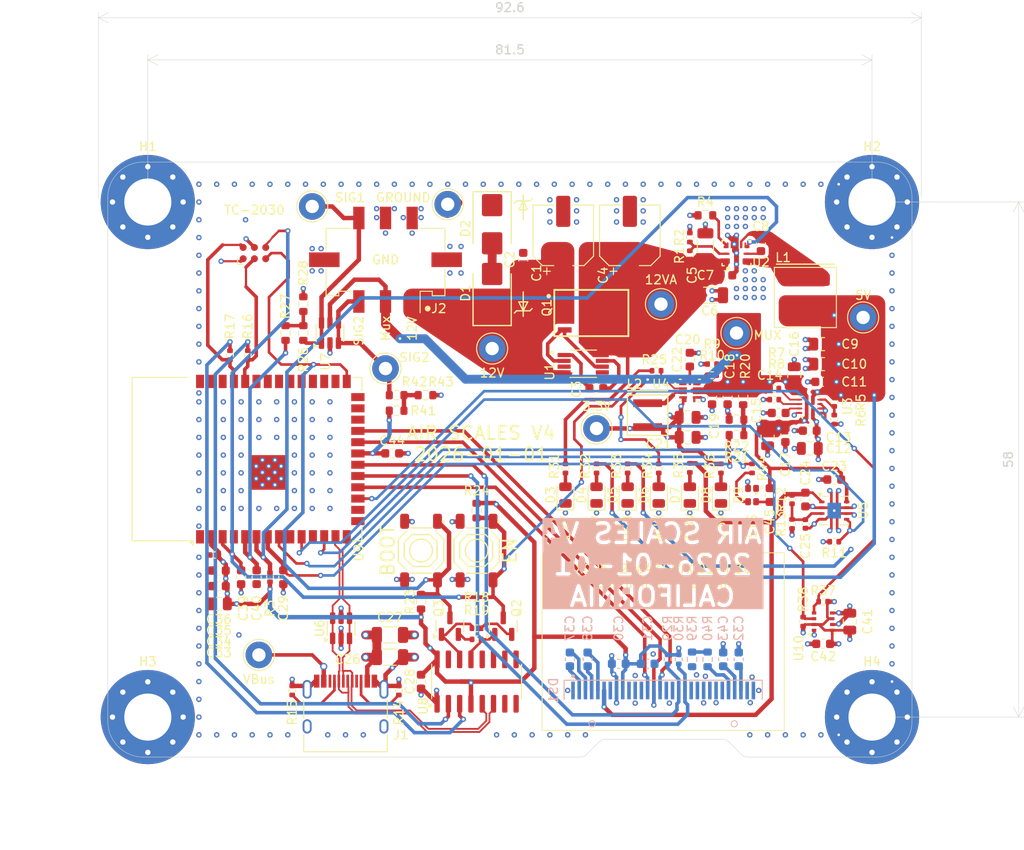
<source format=kicad_pcb>
(kicad_pcb (version 20241229) (generator "pcbnew") (generator_version "9.0")
  (title_block (title "AIR SCALE") (date "2025-11-23") (rev "V3"))
  (layers (0 "F.Cu" signal) (4 "In1.Cu" power) (6 "In2.Cu" power) (2 "B.Cu" signal) (13 "F.Paste" user) (15 "B.Paste" user) (5 "F.SilkS" user "F.Silkscreen") (7 "B.SilkS" user "B.Silkscreen") (1 "F.Mask" user) (3 "B.Mask" user) (25 "Edge.Cuts" user))
  (net 0 "")
  (net 1 "+12V")
  (net 2 "+5V")
  (net 3 "+3.3V")
  (net 4 "/TXD0")
  (net 5 "/RXD0")
  (net 6 "/USB_D-")
  (net 7 "/BOOT")
  (net 8 "/USB_D+")
  (net 9 "Net-(U1-VCAPH)")
  (net 10 "Net-(U1-VCAPL)")
  (net 11 "Net-(U2-BOOT)")
  (net 12 "Net-(D1-Pad2)")
  (net 13 "/EN")
  (net 14 "/LED")
  (net 15 "/5VPG")
  (net 16 "/SDA")
  (net 17 "/SCL")
  (net 18 "Net-(U2-EN)")
  (net 19 "Net-(U2-RT)")
  (net 20 "+12VA")
  (net 23 "Net-(D7-A)")
  (net 24 "/GATE")
  (net 25 "/PG")
  (net 26 "+5VBus")
  (net 27 "+5VMUX")
  (net 28 "GND")
  (net 29 "Net-(Q2-B)")
  (net 30 "Net-(Q2-E)")
  (net 31 "Net-(Q3-B)")
  (net 32 "Net-(Q3-E)")
  (net 33 "/5VNet")
  (net 36 "Net-(DS1-C1P)")
  (net 37 "Net-(DS1-C1N)")
  (net 38 "Net-(DS1-C2P)")
  (net 39 "Net-(DS1-C2N)")
  (net 40 "/CS")
  (net 41 "/SDIN")
  (net 42 "/SCLK")
  (net 43 "Net-(DS1-VCOMH)")
  (net 44 "Net-(DS1-VCC)")
  (net 45 "/RES")
  (net 46 "/D{slash}C")
  (net 47 "Net-(DS1-IREF)")
  (net 48 "Net-(U3-SS)")
  (net 49 "Net-(U4-SS{slash}TR)")
  (net 50 "+3.8V")
  (net 51 "/5V_MUX_GPIO")
  (net 52 "Net-(D8-A)")
  (net 53 "Net-(R10-Pad1)")
  (net 54 "Net-(D4-A)")
  (net 55 "Net-(D5-A)")
  (net 56 "Net-(D6-A)")
  (net 57 "/3.8VEN")
  (net 58 "Net-(J1-CC2)")
  (net 60 "Net-(J1-CC1)")
  (net 62 "Net-(U4-SW)")
  (net 63 "Net-(U3-PR1)")
  (net 64 "Net-(U3-ST)")
  (net 65 "Net-(U3-ILIM)")
  (net 66 "Net-(U4-MODE{slash}S-CONF)")
  (net 67 "Net-(R20-Pad1)")
  (net 68 "Net-(R26-Pad1)")
  (net 69 "Net-(R39-Pad2)")
  (net 71 "Net-(U5-FBNR)")
  (net 72 "Net-(U8-TXD)")
  (net 73 "Net-(U8-RXD)")
  (net 99 "Net-(D3-A)")
  (net 101 "/SIG_1")
  (net 102 "/SIG_2")
  (net 103 "/MIP_1")
  (net 104 "/MIP_2")
  (net 105 "Net-(R41-Pad1)")
  (net 106 "Net-(D9-DIN)")
  (net 107 "Net-(D9-VDD)")
  (footprint "MountingHole:MountingHole_5.3mm_M5_Pad_Via" (layer "F.Cu") (at 279.5 106.5)
    (property "Reference" "H2")
    (property "Value" "MountingHole_Pad")
  )
  (footprint "Capacitor_SMD:C_0603_1608Metric" (layer "F.Cu") (at 206 149.75 180)
    (property "Reference" "C34")
    (property "Value" "100nF")
  )
  (footprint "Capacitor_SMD:C_0805_2012Metric" (layer "F.Cu") (at 272.5 134.25 180)
    (property "Reference" "C12")
    (property "Value" "10uF")
  )
  (footprint "Resistor_SMD:R_0402_1005Metric" (layer "F.Cu") (at 262.5 136.5 -90)
    (property "Reference" "R36")
    (property "Value" "220")
  )
  (footprint "Connector_USB:USB_C_Receptacle_HRO_TYPE-C-31-M-12" (layer "F.Cu") (at 220.25 164.5)
    (property "Reference" "J1")
    (property "Value" "USB_C_Receptacle_USB2.0_16P")
  )
  (footprint "Resistor_SMD:R_0402_1005Metric" (layer "F.Cu") (at 214.25 161.5 90)
    (property "Reference" "R15")
    (property "Value" "5.1K")
  )
  (footprint "Resistor_SMD:R_0603_1608Metric" (layer "F.Cu") (at 229.25 128.25 180)
    (property "Reference" "R43")
    (property "Value" "100K")
  )
  (footprint "Capacitor_SMD:C_0603_1608Metric" (layer "F.Cu") (at 228.75 160.5 -90)
    (property "Reference" "C28")
    (property "Value" "100nF")
  )
  (footprint "XGL4020-222MEC:IND_XGL4020_COC" (layer "F.Cu") (at 254.25 130.5 -90)
    (property "Reference" "L2")
    (property "Value" "2.2uH")
  )
  (footprint "Resistor_SMD:R_0402_1005Metric" (layer "F.Cu") (at 255.25 125.5)
    (property "Reference" "R25")
    (property "Value" "10K")
  )
  (footprint "Resistor_SMD:R_0402_1005Metric" (layer "F.Cu") (at 261.5 126)
    (property "Reference" "R9")
    (property "Value" "47K")
  )
  (footprint "Package_TO_SOT_SMD:SOT-23" (layer "F.Cu") (at 238 154.25 90)
    (property "Reference" "Q2")
    (property "Value" "S8050")
  )
  (footprint "Capacitor_SMD:C_0805_2012Metric" (layer "F.Cu") (at 206 151.75 180)
    (property "Reference" "C33")
    (property "Value" "10uF")
  )
  (footprint "Capacitor_SMD:C_0402_1005Metric" (layer "F.Cu") (at 205.5 146.25 180)
    (property "Reference" "C36")
    (property "Value" "10nF")
  )
  (footprint "Capacitor_SMD:C_0603_1608Metric" (layer "F.Cu") (at 272 140 -90)
    (property "Reference" "C24")
    (property "Value" "2.2uF")
  )
  (footprint "Capacitor_SMD:CP_Elec_6.3x7.7" (layer "F.Cu") (at 252.25 110.25 90)
    (property "Reference" "C4")
    (property "Value" "47uF")
  )
  (footprint "Capacitor_SMD:C_0603_1608Metric" (layer "F.Cu") (at 275.25 137.75 180)
    (property "Reference" "C23")
    (property "Value" "2.2uF")
  )
  (footprint "TestPoint:TestPoint_THTPad_D3.0mm_Drill1.5mm" (layer "F.Cu") (at 216.5 107)
    (property "Reference" "TP8" (hide yes))
    (property "Value" "TestPoint_Probe")
  )
  (footprint "Resistor_SMD:R_0402_1005Metric" (layer "F.Cu") (at 234.99 154.5 180)
    (property "Reference" "R18")
    (property "Value" "10K")
  )
  (footprint "Capacitor_SMD:C_0402_1005Metric" (layer "F.Cu") (at 272 142.75 -90)
    (property "Reference" "C25")
    (property "Value" "10nF")
  )
  (footprint "PCM_JLCPCB:SW-SMD_4P-L5.1-W5.1-P3.70-LS6.5-TL-2" (layer "F.Cu") (at 235 145.75 -90)
    (property "Reference" "S1" (hide yes))
    (property "Value" "Tactile Button, 160gf")
  )
  (footprint "Capacitor_SMD:C_0805_2012Metric" (layer "F.Cu") (at 273.9 122.5 180)
    (property "Reference" "C9")
    (property "Value" "22uF")
  )
  (footprint "Capacitor_SMD:C_1206_3216Metric" (layer "F.Cu") (at 225.25 155.25)
    (property "Reference" "C27")
    (property "Value" "22uF")
  )
  (footprint "Capacitor_SMD:C_0603_1608Metric" (layer "F.Cu") (at 259 124.25 90)
    (property "Reference" "C22")
    (property "Value" "22nF")
  )
  (footprint "Resistor_SMD:R_0603_1608Metric" (layer "F.Cu") (at 215.5 118 -90)
    (property "Reference" "R28")
    (property "Value" "100K")
  )
  (footprint "Capacitor_SMD:CP_Elec_6.3x7.7" (layer "F.Cu") (at 244.75 110.25 90)
    (property "Reference" "C1")
    (property "Value" "47uF")
  )
  (footprint "Capacitor_SMD:C_0603_1608Metric" (layer "F.Cu") (at 269.75 132.75 -90)
    (property "Reference" "C17")
    (property "Value" "100nF")
  )
  (footprint "Connector:Tag-Connect_TC2030-IDC-FP_2x03_P1.27mm_Vertical" (layer "F.Cu") (at 210 112.25)
    (property "Reference" "J3" (hide yes))
    (property "Value" "TC2030-NL")
  )
  (footprint "LED_SMD:LED_0805_2012Metric" (layer "F.Cu") (at 262.5 139.5 90)
    (property "Reference" "D8")
    (property "Value" "LED_Small")
  )
  (footprint "Capacitor_SMD:C_0603_1608Metric" (layer "F.Cu") (at 213.25 148.75 -90)
    (property "Reference" "C29")
    (property "Value" "100nF")
  )
  (footprint "Resistor_SMD:R_0402_1005Metric" (layer "F.Cu") (at 255.5 136.5 -90)
    (property "Reference" "R34")
    (property "Value" "1K")
  )
  (footprint "TestPoint:TestPoint_THTPad_D3.0mm_Drill1.5mm" (layer "F.Cu") (at 278.5 119.5)
    (property "Reference" "TP3" (hide yes))
    (property "Value" "TestPoint_Probe")
  )
  (footprint "Capacitor_SMD:C_0603_1608Metric" (layer "F.Cu") (at 240.25 113 90)
    (property "Reference" "C2")
    (property "Value" "100nF")
  )
  (footprint "Resistor_SMD:R_0402_1005Metric" (layer "F.Cu") (at 275.25 131 90)
    (property "Reference" "R6")
    (property "Value" "4.7K")
  )
  (footprint "IAUC120N06S5L011:INF-PG-TDSON-8-33-V" (layer "F.Cu") (at 250.5075 119)
    (property "Reference" "Q1")
    (property "Value" "IAUC120N06S5L011" (hide yes))
  )
  (footprint "Capacitor_SMD:C_0603_1608Metric" (layer "F.Cu") (at 273.9 126.75 180)
    (property "Reference" "C11")
    (property "Value" "100nF")
  )
  (footprint "TestPoint:TestPoint_THTPad_D3.0mm_Drill1.5mm" (layer "F.Cu") (at 210.5 157.5)
    (property "Reference" "TP6" (hide yes))
    (property "Value" "TestPoint_Probe")
  )
  (footprint "Resistor_SMD:R_0603_1608Metric" (layer "F.Cu") (at 265 128.5 90)
    (property "Reference" "R20")
    (property "Value" "68K")
  )
  (footprint "PCM_JLCPCB:D_SMB" (layer "F.Cu") (at 236.75 116.75 90)
    (property "Reference" "D1")
    (property "Value" "SMBJ28A")
  )
  (footprint "Capacitor_SMD:C_0603_1608Metric" (layer "F.Cu") (at 208.5 148.75 -90)
    (property "Reference" "C39")
    (property "Value" "1uF")
  )
  (footprint "Resistor_SMD:R_0402_1005Metric" (layer "F.Cu") (at 266 136.5 -90)
    (property "Reference" "R44")
    (property "Value" "500")
  )
  (footprint "Resistor_SMD:R_0402_1005Metric" (layer "F.Cu") (at 259 112.5 90)
    (property "Reference" "R1")
    (property "Value" "100K")
  )
  (footprint "Inductor_SMD:L_Coilcraft_XAL6060-XXX" (layer "F.Cu") (at 272 117.25 -90)
    (property "Reference" "L1")
    (property "Value" "10uH")
  )
  (footprint "PCM_JLCPCB:LED-SMD_4P-L1.6-W1.5_XL-1615RGBC-WS2812B" (layer "F.Cu") (at 266 139.5 -90)
    (property "Reference" "D9")
    (property "Value" "WS2812B" (hide yes))
  )
  (footprint "MountingHole:MountingHole_5.3mm_M5_Pad_Via" (layer "F.Cu") (at 198 164.5)
    (property "Reference" "H3")
    (property "Value" "MountingHole_Pad")
  )
  (footprint "Capacitor_SMD:C_0603_1608Metric" (layer "F.Cu") (at 268 139.5 -90)
    (property "Reference" "C45")
    (property "Value" "100nF")
  )
  (footprint "Package_TO_SOT_SMD:SOT-23-6" (layer "F.Cu") (at 218.5 121.25 90)
    (property "Reference" "U7")
    (property "Value" "USBLC6-2SC6")
  )
  (footprint "Capacitor_SMD:C_0805_2012Metric" (layer "F.Cu") (at 277 153.75 90)
    (property "Reference" "C41")
    (property "Value" "10uF")
  )
  (footprint "Resistor_SMD:R_0402_1005Metric" (layer "F.Cu") (at 261.5 124.75 180)
    (property "Reference" "R10")
    (property "Value" "15K")
  )
  (footprint "Capacitor_SMD:C_0805_2012Metric" (layer "F.Cu") (at 258.75 130.75)
    (property "Reference" "C20")
    (property "Value" "22uF")
  )
  (footprint "Resistor_SMD:R_0402_1005Metric" (layer "F.Cu") (at 211.75 148.75 -90)
    (property "Reference" "R3")
    (property "Value" "10K")
  )
  (footprint "Package_TO_SOT_SMD:SOT-23-6" (layer "F.Cu") (at 219.75 154.5 90)
    (property "Reference" "U6")
    (property "Value" "USBLC6-2SC6")
  )
  (footprint "TestPoint:TestPoint_THTPad_D3.0mm_Drill1.5mm" (layer "F.Cu") (at 255.75 118)
    (property "Reference" "TP2" (hide yes))
    (property "Value" "TestPoint_Probe")
  )
  (footprint "Resistor_SMD:R_0603_1608Metric" (layer "F.Cu") (at 264.25 132.75)
    (property "Reference" "R21")
    (property "Value" "220")
  )
  (footprint "Resistor_SMD:R_0603_1608Metric" (layer "F.Cu") (at 235 141.25 90)
    (property "Reference" "R24")
    (property "Value" "100K")
  )
  (footprint "Resistor_SMD:R_0402_1005Metric" (layer "F.Cu") (at 259 110.5 90)
    (property "Reference" "R2")
    (property "Value" "15K")
  )
  (footprint "Resistor_SMD:R_0603_1608Metric" (layer "F.Cu") (at 260.75 108 180)
    (property "Reference" "R4")
    (property "Value" "82K")
  )
  (footprint "LED_SMD:LED_0805_2012Metric" (layer "F.Cu") (at 259 139.5 90)
    (property "Reference" "D7")
    (property "Value" "LED_Small")
  )
  (footprint "Resistor_SMD:R_0402_1005Metric" (layer "F.Cu") (at 275.25 144.75 180)
    (property "Reference" "R11")
    (property "Value" "100K")
  )
  (footprint "LED_SMD:LED_0805_2012Metric" (layer "F.Cu") (at 255.5 139.5 90)
    (property "Reference" "D6")
    (property "Value" "LED_Small")
  )
  (footprint "Capacitor_SMD:C_0603_1608Metric" (layer "F.Cu") (at 206 148 180)
    (property "Reference" "C35")
    (property "Value" "100nF")
  )
  (footprint "Capacitor_SMD:C_0603_1608Metric" (layer "F.Cu") (at 272.5 132.25 180)
    (property "Reference" "C13")
    (property "Value" "100nF")
  )
  (footprint "Resistor_SMD:R_0402_1005Metric" (layer "F.Cu") (at 268.5 127.5 180)
    (property "Reference" "R7")
    (property "Value" "10K")
  )
  (footprint "Capacitor_SMD:C_0603_1608Metric" (layer "F.Cu") (at 210.25 148.75 -90)
    (property "Reference" "C40")
    (property "Value" "100nF")
  )
  (footprint "TestPoint:TestPoint_THTPad_D3.0mm_Drill1.5mm" (layer "F.Cu") (at 231.75 106.75)
    (property "Reference" "TP7" (hide yes))
    (property "Value" "TestPoint_Probe")
  )
  (footprint "Capacitor_SMD:C_0603_1608Metric" (layer "F.Cu") (at 225.5 134.8)
    (property "Reference" "C44")
    (property "Value" "100nF")
  )
  (footprint "Package_DFN_QFN:Texas_DRB0008A" (layer "F.Cu") (at 275.25 141.25)
    (property "Reference" "U5")
    (property "Value" "TPS73501DRBR")
  )
  (footprint "LED_SMD:LED_0805_2012Metric" (layer "F.Cu") (at 248.5 139.5 90)
    (property "Reference" "D4")
    (property "Value" "LED_Small")
  )
  (footprint "Capacitor_SMD:C_0603_1608Metric" (layer "F.Cu") (at 261.5 128.5 -90)
    (property "Reference" "C19")
    (property "Value" "100nF")
  )
  (footprint "Resistor_SMD:R_0402_1005Metric" (layer "F.Cu") (at 271.75 153.75 90)
    (property "Reference" "R38")
    (property "Value" "1K")
  )
  (footprint "LED_SMD:LED_0805_2012Metric" (layer "F.Cu") (at 252 139.5 90)
    (property "Reference" "D5")
    (property "Value" "LED_Small")
  )
  (footprint "MountingHole:MountingHole_5.3mm_M5_Pad_Via" (layer "F.Cu") (at 198 106.5)
    (property "Reference" "H1")
    (property "Value" "MountingHole_Pad")
  )
  (footprint "Capacitor_SMD:C_0603_1608Metric" (layer "F.Cu") (at 269 130.25 180)
    (property "Reference" "C14")
    (property "Value" "100nF")
  )
  (footprint "TestPoint:TestPoint_THTPad_D3.0mm_Drill1.5mm" (layer "F.Cu") (at 248.5 132)
    (property "Reference" "TP5" (hide yes))
    (property "Value" "TestPoint_Probe")
  )
  (footprint "Resistor_SMD:R_0402_1005Metric" (layer "F.Cu") (at 275.25 129 90)
    (property "Reference" "R5")
    (property "Value" "10K")
  )
  (footprint "Capacitor_SMD:C_0603_1608Metric" (layer "F.Cu") (at 263.25 128.5 -90)
    (property "Reference" "C18")
    (property "Value" "100nF")
  )
  (footprint "Resistor_SMD:R_0402_1005Metric" (layer "F.Cu") (at 259 136.4375 -90)
    (property "Reference" "R35")
    (property "Value" "500")
  )
  (footprint "TestPoint:TestPoint_THTPad_D3.0mm_Drill1.5mm" (layer "F.Cu") (at 236.75 123)
    (property "Reference" "TP1" (hide yes))
    (property "Value" "TestPoint_Probe")
  )
  (footprint "Resistor_SMD:R_0402_1005Metric" (layer "F.Cu") (at 274 151.5 180)
    (property "Reference" "R37")
    (property "Value" "1K")
  )
  (footprint "Package_TO_SOT_SMD:SOT-23" (layer "F.Cu") (at 232 154.25 90)
    (property "Reference" "Q3")
    (property "Value" "S8050")
  )
  (footprint "Resistor_SMD:R_0402_1005Metric" (layer "F.Cu") (at 270.5 142.75 -90)
    (property "Reference" "R13")
    (property "Value" "10K")
  )
  (footprint "TestPoint:TestPoint_THTPad_D3.0mm_Drill1.5mm" (layer "F.Cu") (at 264.25 121.25)
    (property "Reference" "TP4" (hide yes))
    (property "Value" "TestPoint_Probe" (hide yes))
  )
  (footprint "MountingHole:MountingHole_5.3mm_M5_Pad_Via" (layer "F.Cu") (at 279.5 164.5)
    (property "Reference" "H4")
    (property "Value" "MountingHole_Pad")
  )
  (footprint "Resistor_SMD:R_0402_1005Metric" (layer "F.Cu") (at 226.25 161.5 90)
    (property "Reference" "R14")
    (property "Value" "5.1K")
  )
  (footprint "Capacitor_SMD:C_0805_2012Metric" (layer "F.Cu") (at 258.75 133)
    (property "Reference" "C21")
    (property "Value" "22uF")
  )
  (footprint "Resistor_SMD:R_0402_1005Metric" (layer "F.Cu") (at 207.25 123.75 90)
    (property "Reference" "R17")
    (property "Value" "1K")
  )
  (footprint "Resistor_SMD:R_0603_1608Metric" (layer "F.Cu") (at 215.5 121.25 -90)
    (property "Reference" "R26")
    (property "Value" "68K")
  )
  (footprint "Package_LGA:Bosch_LGA-8_2.5x2.5mm_P0.65mm_ClockwisePinNumbering" (layer "F.Cu") (at 274 153.75 90)
    (property "Reference" "U10")
    (property "Value" "BME280")
  )
  (footprint "TPS62901Q1:VQFNHR9_RYT_TEX" (layer "F.Cu") (at 259 127.75)
    (property "Reference" "U4")
    (property "Value" "TPS62901Q1")
  )
  (footprint "PCM_JLCPCB:SW-SMD_4P-L5.1-W5.1-P3.70-LS6.5-TL-2" (layer "F.Cu") (at 228.75 145.75 -90)
    (property "Reference" "S2" (hide yes))
    (property "Value" "Tactile Button, 160gf")
  )
  (footprint "Package_SO:SOP-16_3.9x9.9mm_P1.27mm" (layer "F.Cu") (at 235 160.5 90)
    (property "Reference" "U8")
    (property "Value" "CH340C")
  )
  (footprint "Capacitor_SMD:C_0603_1608Metric" (layer "F.Cu") (at 274 156.25 180)
    (property "Reference" "C42")
    (property "Value" "100nF")
  )
  (footprint "Resistor_SMD:R_0402_1005Metric" (layer "F.Cu") (at 245 136.5 -90)
    (property "Reference" "R31")
    (property "Value" "4.7K")
  )
  (footprint "Resistor_SMD:R_0603_1608Metric" (layer "F.Cu") (at 226 130)
    (property "Reference" "R42")
    (property "Value" "220")
  )
  (footprint "Resistor_SMD:R_0402_1005Metric" (layer "F.Cu") (at 252 136.5 -90)
    (property "Reference" "R33")
    (property "Value" "1K")
  )
  (footprint "Connector_Molex:Molex_Micro-Fit_3.0_43045-0618_2x03-1MP_P3.00mm_Vertical" (layer "F.Cu") (at 224.75 113 180)
    (property "Reference" "J2")
    (property "Value" "Conn_02x03_Odd_Even")
  )
  (footprint "Resistor_SMD:R_0603_1608Metric" (layer "F.Cu") (at 228.75 151.5 -90)
    (property "Reference" "R23")
    (property "Value" "100K")
  )
  (footprint "Resistor_SMD:R_0402_1005Metric" (layer "F.Cu") (at 209.25 123.75 90)
    (property "Reference" "R16")
    (property "Value" "1K")
  )
  (footprint "LMR60420:RAK0009A-MFG" (layer "F.Cu") (at 264.25 112.25 90)
    (property "Reference" "U2")
    (property "Value" "LMR604205SRAKRQ1")
  )
  (footprint "Capacitor_SMD:C_1206_3216Metric" (layer "F.Cu") (at 260.75 111.5 90)
    (property "Reference" "C5")
    (property "Value" "10uF")
  )
  (footprint "Capacitor_SMD:C_0805_2012Metric" (layer "F.Cu") (at 273.9 124.75 180)
    (property "Reference" "C10")
    (property "Value" "10uF")
  )
  (footprint "RF_Module:ESP32-S3-WROOM-1" (layer "F.Cu") (at 209.14 135.45 90)
    (property "Reference" "U9")
    (property "Value" "ESP32-S3-WROOM-1")
  )
  (footprint "LM74610QDGKTQ1:SOP65P490X110-8N" (layer "F.Cu") (at 247 124.71)
    (property "Reference" "U1")
    (property "Value" "LM74610QDGKTQ1")
  )
  (footprint "Capacitor_SMD:C_0603_1608Metric" (layer "F.Cu") (at 263 114.75)
    (property "Reference" "C7")
    (property "Value" "100nF")
  )
  (footprint "Resistor_SMD:R_0402_1005Metric" (layer "F.Cu") (at 268.5 128.75 180)
    (property "Reference" "R8")
    (property "Value" "82K")
  )
  (footprint "Capacitor_SMD:C_0805_2012Metric" (layer "F.Cu") (at 267.75 133 -90)
    (property "Reference" "C15")
    (property "Value" "22uF")
  )
  (footprint "PCM_JLCPCB:D_SMB" (layer "F.Cu") (at 236.75 109 -90)
    (property "Reference" "D2")
    (property "Value" "SMBJ14A")
  )
  (footprint "Resistor_SMD:R_0603_1608Metric" (layer "F.Cu") (at 264.25 131)
    (property "Reference" "R22")
    (property "Value" "100K")
  )
  (footprint "Capacitor_SMD:C_1206_3216Metric" (layer "F.Cu") (at 261.25 117)
    (property "Reference" "C6")
    (property "Value" "10uF")
  )
  (footprint "LED_SMD:LED_0805_2012Metric" (layer "F.Cu") (at 245 139.5 90)
    (property "Reference" "D3")
    (property "Value" "LED_Small")
  )
  (footprint "Resistor_SMD:R_0402_1005Metric" (layer "F.Cu") (at 235 155.75)
    (property "Reference" "R19")
    (property "Value" "10K")
  )
  (footprint "Capacitor_SMD:C_0805_2012Metric" (layer "F.Cu") (at 270.75 126 90)
    (property "Reference" "C16")
    (property "Value" "22uF")
  )
  (footprint "Resistor_SMD:R_0603_1608Metric" (layer "F.Cu") (at 213.5 121.25 90)
    (property "Reference" "R27")
    (property "Value" "220")
  )
  (footprint "Resistor_SMD:R_0603_1608Metric" (layer "F.Cu") (at 226 128.25 180)
    (property "Reference" "R41")
    (property "Value" "68K")
  )
  (footprint "Capacitor_SMD:C_0603_1608Metric" (layer "F.Cu") (at 267 111.25 90)
    (property "Reference" "C8")
    (property "Value" "100nF")
  )
  (footprint "Package_DFN_QFN:Texas_VQFN-HR-12_2x2.5mm_P0.5mm" (layer "F.Cu") (at 272.5 129.5 90)
    (property "Reference" "U3")
    (property "Value" "TPS2121RUXR")
  )
  (footprint "Resistor_SMD:R_0402_1005Metric" (layer "F.Cu") (at 248.5 136.5 -90)
    (property "Reference" "R32")
    (property "Value" "1K")
  )
  (footprint "TestPoint:TestPoint_THTPad_D3.0mm_Drill1.5mm" (layer "F.Cu") (at 224.75 125.25 90)
    (property "Reference" "TP9" (hide yes))
    (property "Value" "TestPoint_Probe")
  )
  (footprint "Capacitor_SMD:C_0402_1005Metric" (layer "F.Cu") (at 270.5 140 -90)
    (property "Reference" "R12")
    (property "Value" "22K")
  )
  (footprint "Capacitor_SMD:C_0603_1608Metric" (layer "F.Cu") (at 248.475 127.46 180)
    (property "Reference" "C3")
    (property "Value" "2.2uF")
  )
  (footprint "Capacitor_SMD:C_1206_3216Metric" (layer "F.Cu") (at 225.25 157.75)
    (property "Reference" "C26")
    (property "Value" "22uF")
  )
  (footprint "Resistor_SMD:R_0402_1005Metric" (layer "B.Cu") (at 256.5 158 -90)
    (property "Reference" "R29")
    (property "Value" "4.7K")
  )
  (footprint "Capacitor_SMD:C_0603_1608Metric" (layer "B.Cu") (at 254.25 158.5)
    (property "Reference" "C31")
    (property "Value" "100nF")
  )
  (footprint "Capacitor_SMD:C_0603_1608Metric" (layer "B.Cu") (at 245.5 158 90)
    (property "Reference" "C37")
    (property "Value" "100nF")
  )
  (footprint "Display:OLED-128O064D" (layer "B.Cu") (at 256 161.5)
    (property "Reference" "DS1")
    (property "Value" "OLED-128O064D")
  )
  (footprint "Capacitor_SMD:C_0603_1608Metric" (layer "B.Cu") (at 247.5 158 90)
    (property "Reference" "C38")
    (property "Value" "100nF")
  )
  (footprint "Capacitor_SMD:C_0603_1608Metric" (layer "B.Cu") (at 262.75 158 -90)
    (property "Reference" "C43")
    (property "Value" "4.7uF")
  )
  (footprint "Capacitor_SMD:C_0603_1608Metric" (layer "B.Cu") (at 251 158.5 180)
    (property "Reference" "C30")
    (property "Value" "100nF")
  )
  (footprint "Resistor_SMD:R_0402_1005Metric" (layer "B.Cu") (at 257.75 158 -90)
    (property "Reference" "R30")
    (property "Value" "4.7K")
  )
  (footprint "Capacitor_SMD:C_0603_1608Metric" (layer "B.Cu") (at 264.5 158 90)
    (property "Reference" "C32")
    (property "Value" "2.2uF")
  )
  (footprint "Resistor_SMD:R_0603_1608Metric" (layer "B.Cu") (at 261 158 -90)
    (property "Reference" "R40")
    (property "Value" "300K")
  )
  (footprint "Resistor_SMD:R_0603_1608Metric" (layer "B.Cu") (at 259.25 158 90)
    (property "Reference" "R39")
    (property "Value" "300K")
  )
  (gr_line (start 239.5 106.375) (end 239.25 106.625) (stroke (width 0.15)) (layer "F.SilkS"))
  (gr_line (start 240.25 108.5) (end 240.25 105.75) (stroke (width 0.15)) (layer "F.SilkS"))
  (gr_line (start 240.25 118.75) (end 239.75 117.75) (stroke (width 0.15)) (layer "F.SilkS"))
  (gr_line (start 240.25 106.375) (end 240.75 107.375) (stroke (width 0.15)) (layer "F.SilkS"))
  (gr_circle (center 267.1 138.7) (end 267.18 138.7) (stroke (width 0.15)) (fill yes) (layer "F.SilkS"))
  (gr_rect (start 242.375 146) (end 269.625 166) (stroke (width 0.1)) (fill no) (layer "F.SilkS"))
  (gr_line (start 240.75 107.375) (end 239.75 107.375) (stroke (width 0.15)) (layer "F.SilkS"))
  (gr_line (start 240.75 117.75) (end 240.25 118.75) (stroke (width 0.15)) (layer "F.SilkS"))
  (gr_circle (center 229.5 118.5) (end 229.5 118.75) (stroke (width 0.15)) (fill yes) (layer "F.SilkS"))
  (gr_line (start 239.75 107.375) (end 240.25 106.375) (stroke (width 0.15)) (layer "F.SilkS"))
  (gr_line (start 240.25 116.625) (end 240.25 119.375) (stroke (width 0.15)) (layer "F.SilkS"))
  (gr_line (start 239.25 119) (end 239.5 118.75) (stroke (width 0.15)) (layer "F.SilkS"))
  (gr_line (start 241 106.375) (end 239.5 106.375) (stroke (width 0.15)) (layer "F.SilkS"))
  (gr_line (start 252 127.75) (end 256.5 127.75) (stroke (width 0.15)) (layer "F.SilkS"))
  (gr_line (start 239.5 118.75) (end 241 118.75) (stroke (width 0.15)) (layer "F.SilkS"))
  (gr_line (start 241 118.75) (end 241.25 118.5) (stroke (width 0.15)) (layer "F.SilkS"))
  (gr_line (start 241.25 106.125) (end 241 106.375) (stroke (width 0.15)) (layer "F.SilkS"))
  (gr_line (start 239.75 117.75) (end 240.75 117.75) (stroke (width 0.15)) (layer "F.SilkS"))
  (gr_line (start 268.75 113.5) (end 275.25 113.5) (stroke (width 0.15)) (layer "F.SilkS"))
  (gr_circle (center 245.85 159.9) (end 245.95 159.8) (stroke (width 0.15)) (fill yes) (layer "B.SilkS"))
  (gr_arc (start 248.792893 167.292893) (mid 249.117317 167.076125) (end 249.5 167) (stroke (width 0.05)) (layer "Edge.Cuts"))
  (gr_line (start 249.5 167) (end 262.671572 167) (stroke (width 0.05)) (layer "Edge.Cuts"))
  (gr_arc (start 280 102) (mid 282.828427 103.171573) (end 284 106) (stroke (width 0.05)) (layer "Edge.Cuts"))
  (gr_arc (start 247.378679 168.707107) (mid 247.054256 168.92388) (end 246.671572 169) (stroke (width 0.05)) (layer "Edge.Cuts"))
  (gr_line (start 193.5 165) (end 193.5 106) (stroke (width 0.05)) (layer "Edge.Cuts"))
  (gr_line (start 246.671572 169) (end 197.5 169) (stroke (width 0.05)) (layer "Edge.Cuts"))
  (gr_line (start 280 169) (end 265.5 169) (stroke (width 0.05)) (layer "Edge.Cuts"))
  (gr_line (start 248.792893 167.292893) (end 247.378679 168.707107) (stroke (width 0.05)) (layer "Edge.Cuts"))
  (gr_line (start 263.378679 167.292893) (end 264.792893 168.707107) (stroke (width 0.05)) (layer "Edge.Cuts"))
  (gr_line (start 197.5 102) (end 280 102) (stroke (width 0.05)) (layer "Edge.Cuts"))
  (gr_arc (start 197.5 169) (mid 194.671573 167.828427) (end 193.5 165) (stroke (width 0.05)) (layer "Edge.Cuts"))
  (gr_line (start 284 106) (end 284 165) (stroke (width 0.05)) (layer "Edge.Cuts"))
  (gr_arc (start 265.5 169) (mid 265.117317 168.92388) (end 264.792893 168.707107) (stroke (width 0.05)) (layer "Edge.Cuts"))
  (gr_arc (start 262.671572 167) (mid 263.054258 167.076116) (end 263.378679 167.292893) (stroke (width 0.05)) (layer "Edge.Cuts"))
  (gr_arc (start 284 165) (mid 282.828427 167.828427) (end 280 169) (stroke (width 0.05)) (layer "Edge.Cuts"))
  (gr_arc (start 193.5 106) (mid 194.671573 103.171573) (end 197.5 102) (stroke (width 0.05)) (layer "Edge.Cuts"))
  (gr_text "X096-2864KSWAG01-H30\n26.7mm x 19.26mm" (at 256 150 0) (layer "F.SilkS") (effects (font (size 1 1)) (justify bottom)))
  (gr_text "AIR SCALES V4\n2026-01-01\n" (at 235.5 135.8 0) (layer "F.SilkS") (effects (font (size 1.5 1.5) (thickness 0.2)) (justify bottom)))
  (gr_text "AIR SCALES V4\n2026-01-01\nCALIFORNIA" (at 254.8 152.2 0) (layer "B.SilkS" knockout) (effects (font (size 2.2 2.2) (thickness 0.4)) (justify bottom mirror)))
  (dimension (type orthogonal) (layer "Edge.Cuts") (pts (xy 198 106.5) (xy 279.5 106.5)) (height -16) (orientation 0) (format (prefix "") (suffix "") (units 3) (units_format 0) (precision 4) (suppress_zeroes yes)) (style (thickness 0.05) (arrow_length 1.27) (text_position_mode 0) (arrow_direction outward) (extension_height 0.58642) (extension_offset 0.5) (keep_text_aligned yes)) (gr_text "81.5" (at 238.75 89.35 0) (layer "Edge.Cuts") (effects (font (size 1 1) (thickness 0.15)))))
  (dimension (type orthogonal) (layer "Edge.Cuts") (pts (xy 279.5 106.5) (xy 279.5 164.5)) (height 16.5) (orientation 1) (format (prefix "") (suffix "") (units 3) (units_format 0) (precision 4) (suppress_zeroes yes)) (style (thickness 0.05) (arrow_length 1.27) (text_position_mode 0) (arrow_direction outward) (extension_height 0.58642) (extension_offset 0.5) (keep_text_aligned yes)) (gr_text "58" (at 294.85 135.5 90) (layer "Edge.Cuts") (effects (font (size 1 1) (thickness 0.15)))))
  (dimension (type orthogonal) (layer "Edge.Cuts") (pts (xy 192.45 106.5) (xy 285.05 106.5)) (height -20.75) (orientation 0) (format (prefix "") (suffix "") (units 3) (units_format 0) (precision 4) (suppress_zeroes yes)) (style (thickness 0.05) (arrow_length 1.27) (text_position_mode 0) (arrow_direction outward) (extension_height 0.58642) (extension_offset 0.5) (keep_text_aligned yes)) (gr_text "92.6" (at 238.75 84.6 0) (layer "Edge.Cuts") (effects (font (size 1 1) (thickness 0.15)))))
  (segment (start 244.85 125.685) (end 243.435 125.685) (width 0.5) (layer "F.Cu") (net 1))
  (segment (start 236.1 118.25) (end 236.75 118.9) (width 1) (layer "F.Cu") (net 1))
  (segment (start 243.435 125.685) (end 243.25 125.5) (width 0.5) (layer "F.Cu") (net 1))
  (segment (start 274.46 127.9) (end 275 128.44) (width 0.4) (layer "F.Cu") (net 2))
  (segment (start 249.49 135.99) (end 248.5 135.99) (width 0.4) (layer "F.Cu") (net 2))
  (segment (start 250.25 136.75) (end 249.49 135.99) (width 0.4) (layer "F.Cu") (net 2))
  (segment (start 272.85 128.4) (end 273.35 127.9) (width 0.4) (layer "F.Cu") (net 2))
  (segment (start 273.35 127.9) (end 273.9 127.9) (width 0.4) (layer "F.Cu") (net 2))
  (segment (start 272.85 128.825) (end 272.85 128.4) (width 0.4) (layer "F.Cu") (net 2))
  (segment (start 273.9 127.9) (end 274.46 127.9) (width 0.4) (layer "F.Cu") (net 2))
  (segment (start 250.25 141.5) (end 250.25 136.75) (width 0.4) (layer "F.Cu") (net 2))
  (via (at 275.75 124.75) (size 0.6) (drill 0.3) (layers "F.Cu" "B.Cu") (net 2))
  (via (at 275.75 122.5) (size 0.6) (drill 0.3) (layers "F.Cu" "B.Cu") (net 2))
  (via (at 279.75 128.25) (size 0.6) (drill 0.3) (layers "F.Cu" "B.Cu") (net 2))
  (via (at 276 128.25) (size 0.6) (drill 0.3) (layers "F.Cu" "B.Cu") (net 2))
  (via (at 275.5 126.75) (size 0.6) (drill 0.3) (layers "F.Cu" "B.Cu") (net 2))
  (via (at 273.35 127.9) (size 0.6) (drill 0.3) (layers "F.Cu" "B.Cu") (net 2))
  (via (at 250.25 141.5) (size 0.6) (drill 0.3) (layers "F.Cu" "B.Cu") (net 2))
  (via (at 275.25 119.25) (size 0.6) (drill 0.3) (layers "F.Cu" "B.Cu") (net 2))
  (segment (start 279.75 144.95) (end 279.75 128.25) (width 0.4) (layer "B.Cu") (net 2))
  (segment (start 250.25 141.5) (end 257.5 148.75) (width 0.4) (layer "B.Cu") (net 2))
  (segment (start 257.5 148.75) (end 275.95 148.75) (width 0.4) (layer "B.Cu") (net 2))
  (segment (start 275.95 148.75) (end 279.75 144.95) (width 0.4) (layer "B.Cu") (net 2))
  (segment (start 254.0962 132) (end 254.25 131.8462) (width 0.5) (layer "F.Cu") (net 3))
  (segment (start 258.2375 128.500189) (end 258.2375 129.2625) (width 0.3) (layer "F.Cu") (net 3))
  (segment (start 229.766892 156.733108) (end 230.555 157.521216) (width 0.5) (layer "F.Cu") (net 3))
  (segment (start 274.644 153.425) (end 275.025 153.425) (width 0.3) (layer "F.Cu") (net 3))
  (segment (start 234.23 160.5) (end 233.25 160.5) (width 0.5) (layer "F.Cu") (net 3))
  (segment (start 272.975 154.075) (end 273.994 154.075) (width 0.3) (layer "F.Cu") (net 3))
  (segment (start 276.975 154.725) (end 277 154.7) (width 0.3) (layer "F.Cu") (net 3))
  (segment (start 231.5 160.5) (end 233.25 160.5) (width 0.5) (layer "F.Cu") (net 3))
  (segment (start 257.8 134.05) (end 257.8 133) (width 0.5) (layer "F.Cu") (net 3))
  (segment (start 262.5 135.99) (end 261.49 135.99) (width 0.5) (layer "F.Cu") (net 3))
  (segment (start 228.75 159.725) (end 228.855 159.725) (width 0.5) (layer "F.Cu") (net 3))
  (segment (start 205.15 145.110001) (end 205.15 144.2) (width 0.5) (layer "F.Cu") (net 3))
  (segment (start 274.175 154.725) (end 273.525 154.075) (width 0.3) (layer "F.Cu") (net 3))
  (segment (start 205.98 146.25) (end 205.98 145.940001) (width 0.5) (layer "F.Cu") (net 3))
  (segment (start 272.975 154.075) (end 271.935 154.075) (width 0.3) (layer "F.Cu") (net 3))
  (segment (start 256 131.8462) (end 256.7038 131.8462) (width 0.5) (layer "F.Cu") (net 3))
  (segment (start 206.95 149.925) (end 206.775 149.75) (width 0.5) (layer "F.Cu") (net 3))
  (segment (start 228.75 153.25) (end 228.75 154) (width 0.5) (layer "F.Cu") (net 3))
  (segment (start 275.75 156.25) (end 274.775 156.25) (width 0.5) (layer "F.Cu") (net 3))
  (segment (start 254.25 131.8462) (end 256 131.8462) (width 0.5) (layer "F.Cu") (net 3))
  (segment (start 257.8 133) (end 256.5 133) (width 0.5) (layer "F.Cu") (net 3))
  (segment (start 275.025 154.725) (end 275.025 156) (width 0.3) (layer "F.Cu") (net 3))
  (segment (start 206.775 148.9) (end 206.775 147.32) (width 0.5) (layer "F.Cu") (net 3))
  (segment (start 274.51 151.5) (end 274.472 151.538) (width 0.3) (layer "F.Cu") (net 3))
  (segment (start 258.2375 129.2625) (end 258 129.5) (width 0.3) (layer "F.Cu") (net 3))
  (segment (start 210.5 151.75) (end 208 151.75) (width 0.5) (layer "F.Cu") (net 3))
  (segment (start 273.525 154.075) (end 272.975 154.075) (width 0.3) (layer "F.Cu") (net 3))
  (segment (start 229.25 154.5) (end 229.25 156.216216) (width 0.5) (layer "F.Cu") (net 3))
  (segment (start 234.365 160.635) (end 234.365 162.975) (width 0.5) (layer "F.Cu") (net 3))
  (segment (start 260 134.5) (end 258.25 134.5) (width 0.5) (layer "F.Cu") (net 3))
  (segment (start 237.2125 140.5375) (end 237.075 140.4) (width 0.5) (layer "F.Cu") (net 3))
  (segment (start 241.5 144.825) (end 237.2125 140.5375) (width 0.5) (layer "F.Cu") (net 3))
  (segment (start 251.775 157.5) (end 251.775 156.775) (width 0.5) (layer "F.Cu") (net 3))
  (segment (start 206.95 150.6) (end 206.95 149.925) (width 0.5) (layer "F.Cu") (net 3))
  (segment (start 208 151.75) (end 206.95 151.75) (width 0.5) (layer "F.Cu") (net 3))
  (segment (start 248.5 132) (end 252.25 132) (width 0.5) (layer "F.Cu") (net 3))
  (segment (start 258.25 134.5) (end 257.8 134.05) (width 0.5) (layer "F.Cu") (net 3))
  (segment (start 258 130.55) (end 257.8 130.75) (width 0.5) (layer "F.Cu") (net 3))
  (segment (start 261.49 135.99) (end 260 134.5) (width 0.5) (layer "F.Cu") (net 3))
  (segment (start 230.555 157.521216) (end 230.555 158) (width 0.5) (layer "F.Cu") (net 3))
  (segment (start 230.555 158.025) (end 230.555 159.555) (width 0.5) (layer "F.Cu") (net 3))
  (segment (start 235.025 140.4) (end 235 140.425) (width 0.5) (layer "F.Cu") (net 3))
  (segment (start 228.855 159.725) (end 229.79 158.79) (width 0.5) (layer "F.Cu") (net 3))
  (segment (start 256.5 133) (end 256 132.5) (width 0.5) (layer "F.Cu") (net 3))
  (segment (start 211.75 150.1) (end 211.75 150.5) (width 0.5) (layer "F.Cu") (net 3))
  (segment (start 205.98 145.940001) (end 205.15 145.110001) (width 0.5) (layer "F.Cu") (net 3))
  (segment (start 211.75 150.1) (end 211.75 149.26) (width 0.5) (layer "F.Cu") (net 3))
  (segment (start 205.98 146.525) (end 205.98 146.25) (width 0.5) (layer "F.Cu") (net 3))
  (segment (start 275.025 156) (end 274.775 156.25) (width 0.3) (layer "F.Cu") (net 3))
  (segment (start 206.775 149.625) (end 206.775 148.9) (width 0.5) (layer "F.Cu") (net 3))
  (segment (start 241.5 155.45) (end 241.5 144.825) (width 0.5) (layer "F.Cu") (net 3))
  (segment (start 230.555 159.555) (end 231.5 160.5) (width 0.5) (layer "F.Cu") (net 3))
  (segment (start 256.7038 131.8462) (end 257.8 130.75) (width 0.5) (layer "F.Cu") (net 3))
  (segment (start 275.25 151.5) (end 274.51 151.5) (width 0.5) (layer "F.Cu") (net 3))
  (segment (start 241.5 155.45) (end 241.5 159) (width 0.5) (layer "F.Cu") (net 3))
  (segment (start 206.95 151.75) (end 206.95 150.6) (width 0.5) (layer "F.Cu") (net 3))
  (segment (start 271.75 155) (end 271.75 154.26) (width 0.5) (layer "F.Cu") (net 3))
  (segment (start 206.775 147.32) (end 206.4775 147.0225) (width 0.5) (layer "F.Cu") (net 3))
  (segment (start 234.365 160.635) (end 234.23 160.5) (width 0.5) (layer "F.Cu") (net 3))
  (segment (start 229.79 158.79) (end 230.555 158.025) (width 0.5) (layer "F.Cu") (net 3))
  (segment (start 206.4775 147.0225) (end 205.98 146.525) (width 0.5) (layer "F.Cu") (net 3))
  (segment (start 274.472 153.253) (end 274.644 153.425) (width 0.3) (layer "F.Cu") (net 3))
  (segment (start 275.025 154.725) (end 276.975 154.725) (width 0.3) (layer "F.Cu") (net 3))
  (segment (start 256 132.5) (end 256 131.8462) (width 0.5) (layer "F.Cu") (net 3))
  (segment (start 274.472 151.538) (end 274.472 153.253) (width 0.3) (layer "F.Cu") (net 3))
  (segment (start 228.75 153.25) (end 228.75 152.325) (width 0.5) (layer "F.Cu") (net 3))
  (segment (start 211.75 150.5) (end 210.5 151.75) (width 0.5) (layer "F.Cu") (net 3))
  (segment (start 257.8 130.75) (end 257 130.75) (width 0.5) (layer "F.Cu") (net 3))
  (segment (start 273.994 154.075) (end 274.644 153.425) (width 0.3) (layer "F.Cu") (net 3))
  (segment (start 275.025 154.725) (end 274.175 154.725) (width 0.3) (layer "F.Cu") (net 3))
  (segment (start 271.935 154.075) (end 271.75 154.26) (width 0.3) (layer "F.Cu") (net 3))
  (segment (start 258 129.5) (end 258 130.55) (width 0.5) (layer "F.Cu") (net 3))
  (segment (start 237.075 140.4) (end 235.025 140.4) (width 0.5) (layer "F.Cu") (net 3))
  (segment (start 277 155.75) (end 277 154.7) (width 0.5) (layer "F.Cu") (net 3))
  (segment (start 250.45 155.45) (end 241.5 155.45) (width 0.5) (layer "F.Cu") (net 3))
  (segment (start 251.775 156.775) (end 250.45 155.45) (width 0.5) (layer "F.Cu") (net 3))
  (segment (start 257 130.75) (end 256.75 130.5) (width 0.5) (layer "F.Cu") (net 3))
  (segment (start 228.75 154) (end 229.25 154.5) (width 0.5) (layer "F.Cu") (net 3))
  (segment (start 229.25 156.216216) (end 229.766892 156.733108) (width 0.5) (layer "F.Cu") (net 3))
  (segment (start 241.5 159) (end 240 160.5) (width 0.5) (layer "F.Cu") (net 3))
  (segment (start 252.25 132) (end 254.0962 132) (width 0.5) (layer "F.Cu") (net 3))
  (segment (start 257.8 130.75) (end 257.8 133) (width 0.5) (layer "F.Cu") (net 3))
  (segment (start 240 160.5) (end 233.25 160.5) (width 0.5) (layer "F.Cu") (net 3))
  (via (at 252.25 132) (size 0.6) (drill 0.3) (layers "F.Cu" "B.Cu") (net 3))
  (via (at 206.775 148.9) (size 0.6) (drill 0.3) (layers "F.Cu" "B.Cu") (net 3))
  (via (at 277 155.75) (size 0.6) (drill 0.3) (layers "F.Cu" "B.Cu") (net 3))
  (via (at 206.95 150.6) (size 0.6) (drill 0.3) (layers "F.Cu" "B.Cu") (net 3))
  (via (at 229.766892 156.733108) (size 0.6) (drill 0.3) (layers "F.Cu" "B.Cu") (net 3))
  (via (at 258 129.5) (size 0.6) (drill 0.3) (layers "F.Cu" "B.Cu") (net 3))
  (via (at 275.75 156.25) (size 0.6) (drill 0.3) (layers "F.Cu" "B.Cu") (net 3))
  (via (at 271.75 155) (size 0.6) (drill 0.3) (layers "F.Cu" "B.Cu") (net 3))
  (via (at 251.775 157.5) (size 0.6) (drill 0.3) (layers "F.Cu" "B.Cu") (net 3))
  (via (at 256.75 130.5) (size 0.6) (drill 0.3) (layers "F.Cu" "B.Cu") (net 3))
  (via (at 206.4775 147.0225) (size 0.6) (drill 0.3) (layers "F.Cu" "B.Cu") (net 3))
  (via (at 208 151.75) (size 0.6) (drill 0.3) (layers "F.Cu" "B.Cu") (net 3))
  (via (at 275.25 151.5) (size 0.6) (drill 0.3) (layers "F.Cu" "B.Cu") (net 3))
  (via (at 234.365 160.635) (size 0.6) (drill 0.3) (layers "F.Cu" "B.Cu") (net 3))
  (via (at 257.75 156.75) (size 0.6) (drill 0.3) (layers "F.Cu" "B.Cu") (net 3))
  (via (at 211.75 150.1) (size 0.6) (drill 0.3) (layers "F.Cu" "B.Cu") (net 3))
  (via (at 228.75 153.25) (size 0.6) (drill 0.3) (layers "F.Cu" "B.Cu") (net 3))
  (via (at 256.5 133) (size 0.6) (drill 0.3) (layers "F.Cu" "B.Cu") (net 3))
  (via (at 237.2125 140.5375) (size 0.6) (drill 0.3) (layers "F.Cu" "B.Cu") (net 3))
  (segment (start 257.75 156.75) (end 257.75 157.49) (width 0.5) (layer "B.Cu") (net 3))
  (segment (start 255.51 156.5) (end 256.5 157.49) (width 0.4) (layer "B.Cu") (net 3))
  (segment (start 257.75 157.49) (end 256.5 157.49) (width 0.4) (layer "B.Cu") (net 3))
  (segment (start 253.475 158.5) (end 253.475 157.5) (width 0.4) (layer "B.Cu") (net 3))
  (segment (start 251.45 159.475) (end 251.775 159.15) (width 0.4) (layer "B.Cu") (net 3))
  (segment (start 211.75 150.1) (end 211.75 152.25) (width 0.5) (layer "B.Cu") (net 3))
  (segment (start 254.475 156.5) (end 255.51 156.5) (width 0.4) (layer "B.Cu") (net 3))
  (segment (start 253.475 158.5) (end 253.5 158.475) (width 0.4) (layer "B.Cu") (net 3))
  (segment (start 251.45 160) (end 251.45 159.575) (width 0.4) (layer "B.Cu") (net 3))
  (segment (start 253.475 157.5) (end 254.475 156.5) (width 0.4) (layer "B.Cu") (net 3))
  (segment (start 251.775 159.15) (end 251.775 158.5) (width 0.4) (layer "B.Cu") (net 3))
  (segment (start 251.775 157.5) (end 251.775 158.5) (width 0.5) (layer "B.Cu") (net 3))
  (segment (start 251.45 160) (end 251.45 159.775) (width 0.4) (layer "B.Cu") (net 3))
  (segment (start 251.775 158.5) (end 253.475 158.5) (width 0.4) (layer "B.Cu") (net 3))
  (segment (start 251.45 161.5) (end 251.45 160) (width 0.4) (layer "B.Cu") (net 3))
  (segment (start 251.45 160) (end 251.45 159.475) (width 0.4) (layer "B.Cu") (net 3))
  (segment (start 211.75 152.25) (end 212.75 153.25) (width 0.5) (layer "B.Cu") (net 3))
  (segment (start 212.75 153.25) (end 228.75 153.25) (width 0.5) (layer "B.Cu") (net 3))
  (segment (start 206.38 124.26) (end 207.25 124.26) (width 0.4) (layer "F.Cu") (net 4))
  (segment (start 206.42 111.33) (end 204.75 113) (width 0.4) (layer "F.Cu") (net 4))
  (segment (start 208.445 111.33) (end 206.42 111.33) (width 0.25) (layer "F.Cu") (net 4))
  (segment (start 204.75 122.63) (end 206.38 124.26) (width 0.4) (layer "F.Cu") (net 4))
  (segment (start 204.75 113) (end 204.75 122.63) (width 0.4) (layer "F.Cu") (net 4))
  (segment (start 207.64 126.65) (end 207.64 125.39) (width 0.4) (layer "F.Cu") (net 4))
  (segment (start 208.73 111.615) (end 208.445 111.33) (width 0.4) (layer "F.Cu") (net 4))
  (segment (start 207.25 125) (end 207.25 124.325) (width 0.4) (layer "F.Cu") (net 4))
  (segment (start 207.64 125.39) (end 207.25 125) (width 0.4) (layer "F.Cu") (net 4))
  (segment (start 210.2 123.83) (end 209.77 124.26) (width 0.4) (layer "F.Cu") (net 5))
  (segment (start 208.91 125.34) (end 209.25 125) (width 0.4) (layer "F.Cu") (net 5))
  (segment (start 209.05 116.05) (end 210.2 117.2) (width 0.4) (layer "F.Cu") (net 5))
  (segment (start 209.77 124.26) (end 209.25 124.26) (width 0.4) (layer "F.Cu") (net 5))
  (segment (start 210.2 117.2) (end 210.2 123.83) (width 0.4) (layer "F.Cu") (net 5))
  (segment (start 209.05 116.05) (end 209.05 113.82495) (width 0.25) (layer "F.Cu") (net 5))
  (segment (start 209.25 125) (end 209.25 124.325) (width 0.4) (layer "F.Cu") (net 5))
  (segment (start 209.05 113.835) (end 210 112.885) (width 0.4) (layer "F.Cu") (net 5))
  (segment (start 208.91 126.65) (end 208.91 125.34) (width 0.4) (layer "F.Cu") (net 5))
  (segment (start 236.446 164.109) (end 236.446 165.052902) (width 0.2) (layer "F.Cu") (net 6))
  (segment (start 236.905 163.595) (end 236.905 162.975) (width 0.2) (layer "F.Cu") (net 6))
  (segment (start 236.905 162.975) (end 236.905 163.65) (width 0.2) (layer "F.Cu") (net 6))
  (segment (start 219.5 161.38) (end 219.87 161.75) (width 0.2) (layer "F.Cu") (net 6))
  (segment (start 218.8 157.05) (end 218.8 155.6375) (width 0.2) (layer "F.Cu") (net 6))
  (segment (start 219.574 157.824) (end 219.574 159.293499) (width 0.2) (layer "F.Cu") (net 6))
  (segment (start 219.574 157.824) (end 218.8 157.05) (width 0.2) (layer "F.Cu") (net 6))
  (segment (start 219.574 151.176) (end 219.574 148) (width 0.2) (layer "F.Cu") (net 6))
  (segment (start 220.573 161.615501) (end 220.574 161.614501) (width 0.2) (layer "F.Cu") (net 6))
  (segment (start 220.574 161.104) (end 220.5 161.03) (width 0.2) (layer "F.Cu") (net 6))
  (segment (start 220.573 161.75) (end 220.573 161.615501) (width 0.2) (layer "F.Cu") (net 6))
  (segment (start 219.574 145.624) (end 219.574 148) (width 0.2) (layer "F.Cu") (net 6))
  (segment (start 219.5 160.455) (end 219.5 161.38) (width 0.2) (layer "F.Cu") (net 6))
  (segment (start 218.8 153.3625) (end 218.8 155.6375) (width 0.2) (layer "F.Cu") (net 6))
  (segment (start 235.322902 166.176) (end 229.427098 166.176) (width 0.2) (layer "F.Cu") (net 6))
  (segment (start 236.905 163.65) (end 236.446 164.109) (width 0.2) (layer "F.Cu") (net 6))
  (segment (start 220.573 163.323315) (end 220.573 161.75) (width 0.2) (layer "F.Cu") (net 6))
  (segment (start 220.574 161.614501) (end 220.574 161.104) (width 0.2) (layer "F.Cu") (net 6))
  (segment (start 219.07 144.15) (end 219.07 145.12) (width 0.2) (layer "F.Cu") (net 6))
  (segment (start 220.5 161.03) (end 220.5 160.455) (width 0.2) (layer "F.Cu") (net 6))
  (segment (start 218.8 151.95) (end 219.574 151.176) (width 0.2) (layer "F.Cu") (net 6))
  (segment (start 219.5 159.367499) (end 219.5 160.455) (width 0.2) (layer "F.Cu") (net 6))
  (segment (start 227.354098 164.103) (end 221.352684 164.103) (width 0.2) (layer "F.Cu") (net 6))
  (segment (start 221.352684 164.103) (end 220.573 163.323315) (width 0.2) (layer "F.Cu") (net 6))
  (segment (start 219.07 145.12) (end 219.574 145.624) (width 0.2) (layer "F.Cu") (net 6))
  (segment (start 236.446 165.052902) (end 235.322902 166.176) (width 0.2) (layer "F.Cu") (net 6))
  (segment (start 218.8 153.3625) (end 218.8 151.95) (width 0.2) (layer "F.Cu") (net 6))
  (segment (start 219.574 159.293499) (end 219.5 159.367499) (width 0.2) (layer "F.Cu") (net 6))
  (segment (start 229.427098 166.176) (end 227.354098 164.103) (width 0.2) (layer "F.Cu") (net 6))
  (segment (start 219.87 161.75) (end 220.573 161.75) (width 0.2) (layer "F.Cu") (net 6))
  (segment (start 211.64 117.21) (end 213.85 115) (width 0.3) (layer "F.Cu") (net 7))
  (segment (start 230.6 150.6) (end 230.6 149.05) (width 0.4) (layer "F.Cu") (net 7))
  (segment (start 216.65 124.8) (end 219.66 124.8) (width 0.3) (layer "F.Cu") (net 7))
  (segment (start 211.27 112.885) (end 211.7893 112.3657) (width 0.3) (layer "F.Cu") (net 7))
  (segment (start 211.9 112.25) (end 213 112.25) (width 0.3) (layer "F.Cu") (net 7))
  (segment (start 228.75 150.675) (end 230.525 150.675) (width 0.5) (layer "F.Cu") (net 7))
  (segment (start 213.85 113.1) (end 213.85 115) (width 0.3) (layer "F.Cu") (net 7))
  (segment (start 213.01 124.8) (end 211.64 123.43) (width 0.3) (layer "F.Cu") (net 7))
  (segment (start 231.9 143.75) (end 230.6 142.45) (width 0.5) (layer "F.Cu") (net 7))
  (segment (start 219.66 124.8) (end 220.39 125.53) (width 0.3) (layer "F.Cu") (net 7))
  (segment (start 230.525 150.675) (end 230.6 150.6) (width 0.5) (layer "F.Cu") (net 7))
  (segment (start 220.39 125.53) (end 220.39 126.7) (width 0.3) (layer "F.Cu") (net 7))
  (segment (start 231.9 147.75) (end 231.9 143.75) (width 0.5) (layer "F.Cu") (net 7))
  (segment (start 211.27 113.11) (end 211.27 112.885) (width 0.3) (layer "F.Cu") (net 7))
  (segment (start 230.6 149.05) (end 229.3 149.05) (width 0.4) (layer "F.Cu") (net 7))
  (segment (start 213 112.25) (end 213.85 113.1) (width 0.3) (layer "F.Cu") (net 7))
  (segment (start 211.7893 112.3607) (end 211.9 112.25) (width 0.3) (layer "F.Cu") (net 7))
  (segment (start 232 152) (end 230.6 150.6) (width 0.4) (layer "F.Cu") (net 7))
  (segment (start 211.64 123.43) (end 211.64 117.21) (width 0.3) (layer "F.Cu") (net 7))
  (segment (start 232 153.3125) (end 232 152) (width 0.4) (layer "F.Cu") (net 7))
  (segment (start 216.65 124.8) (end 213.01 124.8) (width 0.3) (layer "F.Cu") (net 7))
  (segment (start 230.6 149.05) (end 231.9 147.75) (width 0.5) (layer "F.Cu") (net 7))
  (segment (start 211.7893 112.3657) (end 211.7893 112.3607) (width 0.3) (layer "F.Cu") (net 7))
  (via (at 216.65 124.8) (size 0.6) (drill 0.3) (layers "F.Cu" "B.Cu") (net 7))
  (via (at 229.3 149.05) (size 0.6) (drill 0.3) (layers "F.Cu" "B.Cu") (net 7))
  (segment (start 215.45 141.45) (end 213.4 143.5) (width 0.4) (layer "B.Cu") (net 7))
  (segment (start 213.4 147.3) (end 216.1 150) (width 0.4) (layer "B.Cu") (net 7))
  (segment (start 213.4 143.5) (end 213.4 147.3) (width 0.4) (layer "B.Cu") (net 7))
  (segment (start 228.35 150) (end 229.3 149.05) (width 0.4) (layer "B.Cu") (net 7))
  (segment (start 215.45 126) (end 215.45 141.45) (width 0.4) (layer "B.Cu") (net 7))
  (segment (start 216.65 124.8) (end 215.45 126) (width 0.4) (layer "B.Cu") (net 7))
  (segment (start 216.1 150) (end 228.35 150) (width 0.4) (layer "B.Cu") (net 7))
  (segment (start 235.177098 165.824) (end 236.094 164.907098) (width 0.2) (layer "F.Cu") (net 8))
  (segment (start 220.926 163.177098) (end 220.926 161.104) (width 0.2) (layer "F.Cu") (net 8))
  (segment (start 229.572902 165.824) (end 227.498902 163.75) (width 0.2) (layer "F.Cu") (net 8))
  (segment (start 219.926 145.624) (end 219.926 148) (width 0.2) (layer "F.Cu") (net 8))
  (segment (start 235.635 163.65) (end 235.635 162.975) (width 0.2) (layer "F.Cu") (net 8))
  (segment (start 221.498902 163.75) (end 220.926 163.177098) (width 0.2) (layer "F.Cu") (net 8))
  (segment (start 219.926 159.293499) (end 220 159.367499) (width 0.2) (layer "F.Cu") (net 8))
  (segment (start 220.7 153.3625) (end 220.7 155.6375) (width 0.2) (layer "F.Cu") (net 8))
  (segment (start 236.094 164.907098) (end 236.094 164.109) (width 0.2) (layer "F.Cu") (net 8))
  (segment (start 227.498902 163.75) (end 221.498902 163.75) (width 0.2) (layer "F.Cu") (net 8))
  (segment (start 220.926 161.104) (end 221 161.03) (width 0.2) (layer "F.Cu") (net 8))
  (segment (start 229.572902 165.824) (end 235.177098 165.824) (width 0.2) (layer "F.Cu") (net 8))
  (segment (start 219.926 151.176) (end 219.926 148) (width 0.2) (layer "F.Cu") (net 8))
  (segment (start 220.7 151.95) (end 219.926 151.176) (width 0.2) (layer "F.Cu") (net 8))
  (segment (start 221 159.5) (end 220.793499 159.293499) (width 0.2) (layer "F.Cu") (net 8))
  (segment (start 221 160.455) (end 221 159.5) (width 0.2) (layer "F.Cu") (net 8))
  (segment (start 220.7 153.3625) (end 220.7 151.95) (width 0.2) (layer "F.Cu") (net 8))
  (segment (start 220 159.367499) (end 220 160.455) (width 0.2) (layer "F.Cu") (net 8))
  (segment (start 220.34 145.21) (end 219.926 145.624) (width 0.2) (layer "F.Cu") (net 8))
  (segment (start 221 161.03) (end 221 160.455) (width 0.2) (layer "F.Cu") (net 8))
  (segment (start 220.793499 159.293499) (end 219.926 159.293499) (width 0.2) (layer "F.Cu") (net 8))
  (segment (start 220.34 144.15) (end 220.34 145.21) (width 0.2) (layer "F.Cu") (net 8))
  (segment (start 236.094 164.109) (end 235.635 163.65) (width 0.2) (layer "F.Cu") (net 8))
  (segment (start 220.7 157.05) (end 220.7 155.6375) (width 0.2) (layer "F.Cu") (net 8))
  (segment (start 219.926 157.824) (end 220.7 157.05) (width 0.2) (layer "F.Cu") (net 8))
  (segment (start 219.926 157.824) (end 219.926 159.293499) (width 0.2) (layer "F.Cu") (net 8))
  (segment (start 249.4 124.385) (end 250.468221 124.385) (width 0.4) (layer "F.Cu") (net 9))
  (segment (start 250.04 127.46) (end 249.25 127.46) (width 0.4) (layer "F.Cu") (net 9))
  (segment (start 251 126.5) (end 250.04 127.46) (width 0.4) (layer "F.Cu") (net 9))
  (segment (start 251 124.916779) (end 251 126.5) (width 0.4) (layer "F.Cu") (net 9))
  (segment (start 250.468221 124.385) (end 251 124.916779) (width 0.4) (layer "F.Cu") (net 9))
  (segment (start 247.7 127.45) (end 247.7 127.46) (width 0.4) (layer "F.Cu") (net 10))
  (segment (start 246.75 126.5) (end 247.7 127.45) (width 0.4) (layer "F.Cu") (net 10))
  (segment (start 246.75 124.71) (end 246.75 126.5) (width 0.4) (layer "F.Cu") (net 10))
  (segment (start 245.775 123.735) (end 246.75 124.71) (width 0.4) (layer "F.Cu") (net 10))
  (segment (start 245.1 123.735) (end 245.775 123.735) (width 0.4) (layer "F.Cu") (net 10))
  (segment (start 266.699999 112.325001) (end 267 112.025) (width 0.25) (layer "F.Cu") (net 11))
  (segment (start 267 111.975) (end 267.05 111.925) (width 0.25) (layer "F.Cu") (net 11))
  (segment (start 267 112.025) (end 267 111.975) (width 0.25) (layer "F.Cu") (net 11))
  (segment (start 265.374999 112.325001) (end 266.699999 112.325001) (width 0.25) (layer "F.Cu") (net 11))
  (segment (start 236.75 110.9) (end 236.75 114.35) (width 1) (layer "F.Cu") (net 12))
  (segment (start 213.75 109.75) (end 212.75 109.75) (width 0.3) (layer "F.Cu") (net 13))
  (segment (start 233 151) (end 237 151) (width 0.4) (layer "F.Cu") (net 13))
  (segment (start 207.5 146.15) (end 208.475 147.125) (width 0.4) (layer "F.Cu") (net 13))
  (segment (start 212.75 109.75) (end 212.0375 110.4625) (width 0.25) (layer "F.Cu") (net 13))
  (segment (start 208.475 147.125) (end 208.475 148) (width 0.4) (layer "F.Cu") (net 13))
  (segment (start 207.5 146.15) (end 206.42 145.07) (width 0.4) (layer "F.Cu") (net 13))
  (segment (start 246.8 134) (end 246 133.2) (width 0.3) (layer "F.Cu") (net 13))
  (segment (start 211.27 111.322262) (end 211.696131 110.896131) (width 0.25) (layer "F.Cu") (net 13))
  (segment (start 236.7 151) (end 236.85 150.85) (width 0.4) (layer "F.Cu") (net 13))
  (segment (start 247.75 129.5) (end 250.25 129.5) (width 0.3) (layer "F.Cu") (net 13))
  (segment (start 236.475 142.075) (end 236.85 142.45) (width 0.5) (layer "F.Cu") (net 13))
  (segment (start 246 131.25) (end 247.75 129.5) (width 0.3) (layer "F.Cu") (net 13))
  (segment (start 211.385 111.615) (end 211.5 111.5) (width 0.2) (layer "F.Cu") (net 13))
  (segment (start 246 133.2) (end 246 131.25) (width 0.3) (layer "F.Cu") (net 13))
  (segment (start 238.1 143.7) (end 236.85 142.45) (width 0.5) (layer "F.Cu") (net 13))
  (segment (start 246.8 138.05) (end 246.8 134) (width 0.3) (layer "F.Cu") (net 13))
  (segment (start 233 151) (end 236.7 151) (width 0.4) (layer "F.Cu") (net 13))
  (segment (start 211.696131 110.896131) (end 212.0375 110.4625) (width 0.2) (layer "F.Cu") (net 13))
  (segment (start 235 142.075) (end 236.475 142.075) (width 0.5) (layer "F.Cu") (net 13))
  (segment (start 238.1 147.8) (end 238.1 143.7) (width 0.5) (layer "F.Cu") (net 13))
  (segment (start 252.75 127) (end 252.75 126) (width 0.3) (layer "F.Cu") (net 13))
  (segment (start 208.475 148) (end 208.5 148.025) (width 0.4) (layer "F.Cu") (net 13))
  (segment (start 250.25 129.5) (end 252.75 127) (width 0.3) (layer "F.Cu") (net 13))
  (segment (start 238 152) (end 238 153.3125) (width 0.4) (layer "F.Cu") (net 13))
  (segment (start 252.75 126) (end 253.25 125.5) (width 0.3) (layer "F.Cu") (net 13))
  (segment (start 206.42 145.07) (end 206.42 144.2) (width 0.4) (layer "F.Cu") (net 13))
  (segment (start 237 151) (end 238 152) (width 0.4) (layer "F.Cu") (net 13))
  (segment (start 211.27 111.615) (end 211.27 111.322262) (width 0.3) (layer "F.Cu") (net 13))
  (segment (start 236.85 149.6) (end 236.85 149.05) (width 0.4) (layer "F.Cu") (net 13))
  (segment (start 253.25 125.5) (end 254.74 125.5) (width 0.3) (layer "F.Cu") (net 13))
  (segment (start 236.85 149.05) (end 238.1 147.8) (width 0.5) (layer "F.Cu") (net 13))
  (segment (start 236.85 150.85) (end 236.85 149.05) (width 0.4) (layer "F.Cu") (net 13))
  (via (at 213.75 109.75) (size 0.6) (drill 0.3) (layers "F.Cu" "B.Cu") (net 13))
  (via (at 233 151) (size 0.6) (drill 0.3) (layers "F.Cu" "B.Cu") (net 13))
  (via (at 246.8 138.05) (size 0.6) (drill 0.3) (layers "F.Cu" "B.Cu") (net 13))
  (via (at 207.5 146.15) (size 0.6) (drill 0.3) (layers "F.Cu" "B.Cu") (net 13))
  (via (at 238.1 147.8) (size 0.6) (drill 0.3) (layers "F.Cu" "B.Cu") (net 13))
  (segment (start 207.5 146.15) (end 207.5 125.75) (width 0.4) (layer "B.Cu") (net 13))
  (segment (start 207.5 125.75) (end 213.75 119.5) (width 0.4) (layer "B.Cu") (net 13))
  (segment (start 213.75 119.5) (end 213.75 109.75) (width 0.4) (layer "B.Cu") (net 13))
  (segment (start 246.8 138.1) (end 246.8 138.05) (width 0.3) (layer "B.Cu") (net 13))
  (segment (start 215.5 151) (end 213.2 148.7) (width 0.4) (layer "B.Cu") (net 13))
  (segment (start 238.1 147.8) (end 238.1 146.8) (width 0.3) (layer "B.Cu") (net 13))
  (segment (start 213.2 148.7) (end 209.2 148.7) (width 0.4) (layer "B.Cu") (net 13))
  (segment (start 238.1 146.8) (end 246.8 138.1) (width 0.3) (layer "B.Cu") (net 13))
  (segment (start 209.2 148.7) (end 207.5 147) (width 0.4) (layer "B.Cu") (net 13))
  (segment (start 207.5 147) (end 207.5 146.15) (width 0.4) (layer "B.Cu") (net 13))
  (segment (start 233 151) (end 215.5 151) (width 0.4) (layer "B.Cu") (net 13))
  (segment (start 212.77 145.25) (end 212.77 144.2) (width 0.3) (layer "F.Cu") (net 14))
  (segment (start 215.9 147.2) (end 214.72 147.2) (width 0.3) (layer "F.Cu") (net 14))
  (segment (start 214.72 147.2) (end 212.77 145.25) (width 0.3) (layer "F.Cu") (net 14))
  (segment (start 265.99 136) (end 266 135.99) (width 0.3) (layer "F.Cu") (net 14))
  (segment (start 265.25 136) (end 265.99 136) (width 0.3) (layer "F.Cu") (net 14))
  (segment (start 265 136.25) (end 265.25 136) (width 0.3) (layer "F.Cu") (net 14))
  (via (at 265 136.25) (size 0.6) (drill 0.3) (layers "F.Cu" "B.Cu") (net 14))
  (via (at 215.9 147.2) (size 0.6) (drill 0.3) (layers "F.Cu" "B.Cu") (net 14))
  (segment (start 216.2 147.5) (end 219 147.5) (width 0.3) (layer "B.Cu") (net 14))
  (segment (start 219 147.5) (end 231.3 135.2) (width 0.3) (layer "B.Cu") (net 14))
  (segment (start 231.3 135.2) (end 263.95 135.2) (width 0.3) (layer "B.Cu") (net 14))
  (segment (start 215.9 147.2) (end 216.2 147.5) (width 0.3) (layer "B.Cu") (net 14))
  (segment (start 264 135.25) (end 265 136.25) (width 0.3) (layer "B.Cu") (net 14))
  (segment (start 211.75 147.25) (end 211.75 148.24) (width 0.5) (layer "F.Cu") (net 15))
  (segment (start 210.23 144.2) (end 210.23 145.73) (width 0.5) (layer "F.Cu") (net 15))
  (segment (start 265.562499 111.187501) (end 265.75 111) (width 0.25) (layer "F.Cu") (net 15))
  (segment (start 265.562499 111.562501) (end 265.562499 111.187501) (width 0.25) (layer "F.Cu") (net 15))
  (segment (start 210.23 145.73) (end 211 146.5) (width 0.5) (layer "F.Cu") (net 15))
  (segment (start 211 146.5) (end 211.75 147.25) (width 0.5) (layer "F.Cu") (net 15))
  (via (at 211 146.5) (size 0.6) (drill 0.3) (layers "F.Cu" "B.Cu") (net 15))
  (via (at 265.75 111) (size 0.6) (drill 0.3) (layers "F.Cu" "B.Cu") (net 15))
  (segment (start 247.45 117.3) (end 258.75 106) (width 0.4) (layer "B.Cu") (net 15))
  (segment (start 213.653 125.647) (end 222 117.3) (width 0.4) (layer "B.Cu") (net 15))
  (segment (start 213.653 141.097) (end 213.653 125.647) (width 0.4) (layer "B.Cu") (net 15))
  (segment (start 268.75 108.75) (end 266.5 111) (width 0.4) (layer "B.Cu") (net 15))
  (segment (start 222 117.3) (end 247.45 117.3) (width 0.4) (layer "B.Cu") (net 15))
  (segment (start 266.5 111) (end 265.75 111) (width 0.4) (layer "B.Cu") (net 15))
  (segment (start 268.75 107) (end 268.75 108.75) (width 0.4) (layer "B.Cu") (net 15))
  (segment (start 211 143.75) (end 213.653 141.097) (width 0.4) (layer "B.Cu") (net 15))
  (segment (start 267.75 106) (end 268.75 107) (width 0.4) (layer "B.Cu") (net 15))
  (segment (start 258.75 106) (end 267.75 106) (width 0.4) (layer "B.Cu") (net 15))
  (segment (start 211 146.5) (end 211 143.75) (width 0.4) (layer "B.Cu") (net 15))
  (segment (start 271.935 153.425) (end 271.75 153.24) (width 0.3) (layer "F.Cu") (net 16))
  (segment (start 272.975 153.425) (end 271.935 153.425) (width 0.3) (layer "F.Cu") (net 16))
  (segment (start 217.85 145.6) (end 217.45 146) (width 0.3) (layer "F.Cu") (net 16))
  (segment (start 217.85 144.2) (end 217.85 145.6) (width 0.3) (layer "F.Cu") (net 16))
  (segment (start 271.75 147) (end 271.75 153.24) (width 0.3) (layer "F.Cu") (net 16))
  (segment (start 270.25 145.5) (end 271.75 147) (width 0.3) (layer "F.Cu") (net 16))
  (via (at 217.45 146) (size 0.6) (drill 0.3) (layers "F.Cu" "B.Cu") (net 16))
  (via (at 270.25 145.5) (size 0.6) (drill 0.3) (layers "F.Cu" "B.Cu") (net 16))
  (segment (start 268.5 143.75) (end 268.5 138) (width 0.3) (layer "B.Cu") (net 16))
  (segment (start 264.9 134.4) (end 231.15 134.4) (width 0.3) (layer "B.Cu") (net 16))
  (segment (start 270.25 145.5) (end 268.5 143.75) (width 0.3) (layer "B.Cu") (net 16))
  (segment (start 268.5 138) (end 264.9 134.4) (width 0.3) (layer "B.Cu") (net 16))
  (segment (start 219.55 146) (end 217.45 146) (width 0.3) (layer "B.Cu") (net 16))
  (segment (start 231.15 134.4) (end 219.55 146) (width 0.3) (layer "B.Cu") (net 16))
  (segment (start 279.75 144.5) (end 279.75 136.5) (width 0.3) (layer "F.Cu") (net 17))
  (segment (start 222.453642 139.895) (end 221.64 139.895) (width 0.3) (layer "F.Cu") (net 17))
  (segment (start 273.49 151.5) (end 273.49 150.76) (width 0.3) (layer "F.Cu") (net 17))
  (segment (start 273.49 150.76) (end 279.75 144.5) (width 0.3) (layer "F.Cu") (net 17))
  (segment (start 272.975 152.015) (end 273.49 151.5) (width 0.3) (layer "F.Cu") (net 17))
  (segment (start 279.75 136.5) (end 277.5 134.25) (width 0.3) (layer "F.Cu") (net 17))
  (segment (start 272.975 152.775) (end 272.975 152.015) (width 0.3) (layer "F.Cu") (net 17))
  (segment (start 222.458642 139.9) (end 222.453642 139.895) (width 0.3) (layer "F.Cu") (net 17))
  (segment (start 223.2 139.9) (end 222.458642 139.9) (width 0.3) (layer "F.Cu") (net 17))
  (via (at 277.5 134.25) (size 0.6) (drill 0.3) (layers "F.Cu" "B.Cu") (net 17))
  (via (at 223.2 139.9) (size 0.6) (drill 0.3) (layers "F.Cu" "B.Cu") (net 17))
  (segment (start 223.2 139.9) (end 223.75 139.9) (width 0.3) (layer "B.Cu") (net 17))
  (segment (start 271.05 127.8) (end 277.5 134.25) (width 0.3) (layer "B.Cu") (net 17))
  (segment (start 235.85 127.8) (end 271.05 127.8) (width 0.3) (layer "B.Cu") (net 17))
  (segment (start 223.75 139.9) (end 235.85 127.8) (width 0.3) (layer "B.Cu") (net 17))
  (segment (start 261.5 111.5) (end 259.75 111.5) (width 0.3) (layer "F.Cu") (net 18))
  (segment (start 259.75 111.5) (end 259.48 111.5) (width 0.3) (layer "F.Cu") (net 18))
  (segment (start 259.75 111.5) (end 259.5 111.5) (width 0.3) (layer "F.Cu") (net 18))
  (segment (start 262.325001 112.325001) (end 261.5 111.5) (width 0.3) (layer "F.Cu") (net 18))
  (segment (start 263.125001 112.325001) (end 262.325001 112.325001) (width 0.25) (layer "F.Cu") (net 18))
  (segment (start 259.48 111.5) (end 259 111.02) (width 0.3) (layer "F.Cu") (net 18))
  (segment (start 259.5 111.5) (end 259 112) (width 0.3) (layer "F.Cu") (net 18))
  (segment (start 263.137501 111.462503) (end 263.137501 111.387501) (width 0.3) (layer "F.Cu") (net 19))
  (segment (start 263.137501 111.387501) (end 262.25 110.5) (width 0.3) (layer "F.Cu") (net 19))
  (segment (start 262.25 108.675) (end 261.925 108.35) (width 0.3) (layer "F.Cu") (net 19))
  (segment (start 262.25 110.5) (end 262.25 108.675) (width 0.3) (layer "F.Cu") (net 19))
  (segment (start 249.885 123) (end 251.5 123) (width 0.5) (layer "F.Cu") (net 20))
  (segment (start 247.25 128.75) (end 245 131) (width 0.4) (layer "F.Cu") (net 20))
  (segment (start 249.15 123.735) (end 249.885 123) (width 0.5) (layer "F.Cu") (net 20))
  (segment (start 249.15 123.735) (end 248.235 123.735) (width 0.5) (layer "F.Cu") (net 20))
  (segment (start 250 128.75) (end 247.25 128.75) (width 0.4) (layer "F.Cu") (net 20))
  (segment (start 252 123.5) (end 252 126.75) (width 0.4) (layer "F.Cu") (net 20))
  (segment (start 245 131) (end 245 135.99) (width 0.4) (layer "F.Cu") (net 20))
  (segment (start 248.235 123.735) (end 247.75 123.25) (width 0.5) (layer "F.Cu") (net 20))
  (segment (start 251.5 123) (end 252 123.5) (width 0.5) (layer "F.Cu") (net 20))
  (segment (start 252 126.75) (end 250 128.75) (width 0.4) (layer "F.Cu") (net 20))
  (segment (start 259 136.9475) (end 259 138.5625) (width 0.4) (layer "F.Cu") (net 23))
  (segment (start 243 122.46) (end 244.555 120.905) (width 0.4) (layer "F.Cu") (net 24))
  (segment (start 243 123.71) (end 243 122.46) (width 0.4) (layer "F.Cu") (net 24))
  (segment (start 243.675 124.385) (end 243 123.71) (width 0.4) (layer "F.Cu") (net 24))
  (segment (start 244.905 121.615) (end 248.325 125.035) (width 0.4) (layer "F.Cu") (net 24))
  (segment (start 244.905 120.92) (end 244.905 121.615) (width 0.4) (layer "F.Cu") (net 24))
  (segment (start 244.555 120.905) (end 244.92 120.905) (width 0.4) (layer "F.Cu") (net 24))
  (segment (start 244.92 120.905) (end 244.905 120.92) (width 0.4) (layer "F.Cu") (net 24))
  (segment (start 248.325 125.035) (end 249.4 125.035) (width 0.4) (layer "F.Cu") (net 24))
  (segment (start 245.1 124.385) (end 243.675 124.385) (width 0.4) (layer "F.Cu") (net 24))
  (segment (start 255.76 126.01) (end 255.76 125.5) (width 0.2) (layer "F.Cu") (net 25))
  (segment (start 258.2375 127.499937) (end 257.249937 127.499937) (width 0.2) (layer "F.Cu") (net 25))
  (segment (start 257.249937 127.499937) (end 255.76 126.01) (width 0.2) (layer "F.Cu") (net 25))
  (segment (start 217.8 158.8) (end 216.5 157.5) (width 0.4) (layer "F.Cu") (net 26))
  (segment (start 223.775 155.25) (end 223.775 157.75) (width 1) (layer "F.Cu") (net 26))
  (segment (start 253.75 136.75) (end 252.99 135.99) (width 0.4) (layer "F.Cu") (net 26))
  (segment (start 273.25 131.25) (end 273.25 133) (width 0.4) (layer "F.Cu") (net 26))
  (segment (start 273.45 133.2) (end 273.45 134.25) (width 0.4) (layer "F.Cu") (net 26))
  (segment (start 219.75 153.3625) (end 219.75 152.25) (width 0.5) (layer "F.Cu") (net 26))
  (segment (start 217.8 158.8) (end 217.8 160.455) (width 0.5) (layer "F.Cu") (net 26))
  (segment (start 223.775 157.75) (end 222.5 157.75) (width 1) (layer "F.Cu") (net 26))
  (segment (start 222.7 160.455) (end 222.7 158.825) (width 0.5) (layer "F.Cu") (net 26))
  (segment (start 208.73 112.885) (end 208.445 113.17) (width 0.4) (layer "F.Cu") (net 26))
  (segment (start 253.75 141.5) (end 253.75 136.75) (width 0.4) (layer "F.Cu") (net 26))
  (segment (start 216.5 157.5) (end 210.5 157.5) (width 0.4) (layer "F.Cu") (net 26))
  (segment (start 272.85 130.175) (end 272.85 130.85) (width 0.4) (layer "F.Cu") (net 26))
  (segment (start 272.85 130.85) (end 273.25 131.25) (width 0.4) (layer "F.Cu") (net 26))
  (segment (start 222.7 158.825) (end 223.775 157.75) (width 0.5) (layer "F.Cu") (net 26))
  (segment (start 223.475 158.05) (end 223.775 157.75) (width 0.5) (layer "F.Cu") (net 26))
  (segment (start 208.445 113.17) (end 206.25 113.17) (width 0.25) (layer "F.Cu") (net 26))
  (segment (start 273.45 134.25) (end 273.45 135.5) (width 0.4) (layer "F.Cu") (net 26))
  (segment (start 273.25 133) (end 273.45 133.2) (width 0.4) (layer "F.Cu") (net 26))
  (segment (start 252.99 135.99) (end 252 135.99) (width 0.4) (layer "F.Cu") (net 26))
  (segment (start 273.275 131.3) (end 273.275 132.25) (width 0.4) (layer "F.Cu") (net 26))
  (segment (start 273.25 131.25) (end 273.275 131.275) (width 0.4) (layer "F.Cu") (net 26))
  (segment (start 222.5 155.25) (end 223.775 155.25) (width 1) (layer "F.Cu") (net 26))
  (via (at 273.25 131.25) (size 0.6) (drill 0.3) (layers "F.Cu" "B.Cu") (net 26))
  (via (at 206.25 113.17) (size 0.6) (drill 0.3) (layers "F.Cu" "B.Cu") (net 26))
  (via (at 277.125 145.625) (size 0.6) (drill 0.3) (layers "F.Cu" "B.Cu") (net 26))
  (via (at 253.75 141.5) (size 0.6) (drill 0.3) (layers "F.Cu" "B.Cu") (net 26))
  (via (at 273.45 133.2) (size 0.6) (drill 0.3) (layers "F.Cu" "B.Cu") (net 26))
  (via (at 222.5 155.25) (size 0.8) (drill 0.5) (layers "F.Cu" "B.Cu") (net 26))
  (via (at 219.75 152.25) (size 0.6) (drill 0.3) (layers "F.Cu" "B.Cu") (net 26))
  (via (at 222.5 157.75) (size 0.8) (drill 0.5) (layers "F.Cu" "B.Cu") (net 26))
  (via (at 208.25 155.25) (size 0.6) (drill 0.3) (layers "F.Cu" "B.Cu") (net 26))
  (via (at 273.45 135.5) (size 0.6) (drill 0.3) (layers "F.Cu" "B.Cu") (net 26))
  (via (at 217.8 158.8) (size 0.8) (drill 0.5) (layers "F.Cu" "B.Cu") (net 26))
  (segment (start 259.75 147.5) (end 253.75 141.5) (width 0.4) (layer "B.Cu") (net 26))
  (segment (start 277.125 145.625) (end 275.25 147.5) (width 0.4) (layer "B.Cu") (net 26))
  (segment (start 275.25 147.5) (end 259.75 147.5) (width 0.4) (layer "B.Cu") (net 26))
  (segment (start 272.15 130.85) (end 271.875 131.125) (width 0.4) (layer "F.Cu") (net 27))
  (segment (start 224.75 120.25) (end 224.75 117.7) (width 1) (layer "F.Cu") (net 27))
  (segment (start 276.025 137.025) (end 276.025 137.75) (width 0.4) (layer "F.Cu") (net 27))
  (segment (start 276.65 138.375) (end 276.65 140.275) (width 0.4) (layer "F.Cu") (net 27))
  (segment (start 275.5 136.5) (end 276.025 137.025) (width 0.4) (layer "F.Cu") (net 27))
  (segment (start 276.025 137.75) (end 276.65 138.375) (width 0.4) (layer "F.Cu") (net 27))
  (segment (start 224 115.25) (end 221.25 115.25) (width 0.5) (layer "F.Cu") (net 27))
  (segment (start 224.75 116) (end 224 115.25) (width 0.5) (layer "F.Cu") (net 27))
  (segment (start 254 133.25) (end 255.5 134.75) (width 0.3) (layer "F.Cu") (net 27))
  (segment (start 261.224937 128.000063) (end 261.5 127.725) (width 0.25) (layer "F.Cu") (net 27))
  (segment (start 272.15 128.35) (end 270.75 126.95) (width 0.4) (layer "F.Cu") (net 27))
  (segment (start 251.25 133.25) (end 254 133.25) (width 0.3) (layer "F.Cu") (net 27))
  (segment (start 266.75 131.5) (end 266.75 132.25) (width 0.4) (layer "F.Cu") (net 27))
  (segment (start 259.7625 128.000063) (end 261.224937 128.000063) (width 0.25) (layer "F.Cu") (net 27))
  (segment (start 218.5 118) (end 218.5 120.1125) (width 0.5) (layer "F.Cu") (net 27))
  (segment (start 251.25 129.4904) (end 251.25 130.75) (width 0.3) (layer "F.Cu") (net 27))
  (segment (start 267.75 136.25) (end 268 136.5) (width 0.4) (layer "F.Cu") (net 27))
  (segment (start 221.25 115.25) (end 218.5 118) (width 0.5) (layer "F.Cu") (net 27))
  (segment (start 268 136.5) (end 268 138.725) (width 0.4) (layer "F.Cu") (net 27))
  (segment (start 224.75 117.7) (end 224.75 116) (width 0.5) (layer "F.Cu") (net 27))
  (segment (start 266.5 135) (end 268 136.5) (width 0.4) (layer "F.Cu") (net 27))
  (segment (start 259.7625 127.499937) (end 261.274937 127.499937) (width 0.25) (layer "F.Cu") (net 27))
  (segment (start 272.15 129.1) (end 272.15 129.9) (width 0.4) (layer "F.Cu") (net 27))
  (segment (start 226.375 121.875) (end 224.75 120.25) (width 1) (layer "F.Cu") (net 27))
  (segment (start 272.15 128.825) (end 272.15 128.35) (width 0.4) (layer "F.Cu") (net 27))
  (segment (start 261.274937 127.499937) (end 261.5 127.725) (width 0.25) (layer "F.Cu") (net 27))
  (segment (start 255.5 134.75) (end 255.5 135.99) (width 0.3) (layer "F.Cu") (net 27))
  (segment (start 270.475 131.25) (end 269.75 131.975) (width 0.4) (layer "F.Cu") (net 27))
  (segment (start 271.875 131.125) (end 271.75 131.25) (width 0.4) (layer "F.Cu") (net 27))
  (segment (start 266.5 132.5) (end 266.5 135) (width 0.4) (layer "F.Cu") (net 27))
  (segment (start 268 136.5) (end 275.5 136.5) (width 0.4) (layer "F.Cu") (net 27))
  (segment (start 254.2904 126.45) (end 251.25 129.4904) (width 0.3) (layer "F.Cu") (net 27))
  (segment (start 266.75 132.25) (end 266.5 132.5) (width 0.4) (layer "F.Cu") (net 27))
  (segment (start 271.75 131.25) (end 270.475 131.25) (width 0.4) (layer "F.Cu") (net 27))
  (segment (start 272.15 130.175) (end 272.15 130.85) (width 0.4) (layer "F.Cu") (net 27))
  (via (at 263.25 126.75) (size 0.6) (drill 0.3) (layers "F.Cu" "B.Cu") (net 27))
  (via (at 251.25 130.75) (size 0.6) (drill 0.3) (layers "F.Cu" "B.Cu") (net 27))
  (via (at 271.875 131.125) (size 0.6) (drill 0.3) (layers "F.Cu" "B.Cu") (net 27))
  (via (at 251.25 133.25) (size 0.6) (drill 0.3) (layers "F.Cu" "B.Cu") (net 27))
  (via (at 269 132) (size 0.6) (drill 0.3) (layers "F.Cu" "B.Cu") (net 27))
  (via (at 266.75 131.5) (size 0.6) (drill 0.3) (layers "F.Cu" "B.Cu") (net 27))
  (via (at 254.25 126.5) (size 0.6) (drill 0.3) (layers "F.Cu" "B.Cu") (net 27))
  (via (at 265 126.75) (size 0.6) (drill 0.3) (layers "F.Cu" "B.Cu") (net 27))
  (via (at 264.3 123.75) (size 0.6) (drill 0.3) (layers "F.Cu" "B.Cu") (net 27))
  (via (at 268 126.75) (size 0.6) (drill 0.3) (layers "F.Cu" "B.Cu") (net 27))
  (via (at 226.375 121.875) (size 0.6) (drill 0.3) (layers "F.Cu" "B.Cu") (net 27))
  (via (at 269.75 126.75) (size 0.6) (drill 0.3) (layers "F.Cu" "B.Cu") (net 27))
  (segment (start 261.05 126.45) (end 233.75 126.45) (width 1) (layer "B.Cu") (net 27))
  (segment (start 229.2 121.9) (end 226.4 121.9) (width 1) (layer "B.Cu") (net 27))
  (segment (start 233.75 126.45) (end 229.2 121.9) (width 1) (layer "B.Cu") (net 27))
  (segment (start 264.3 123.75) (end 263.75 123.75) (width 1) (layer "B.Cu") (net 27))
  (segment (start 251.25 130.75) (end 251.25 133.25) (width 0.3) (layer "B.Cu") (net 27))
  (segment (start 263.75 123.75) (end 261.05 126.45) (width 1) (layer "B.Cu") (net 27))
  (segment (start 226.4 121.9) (end 226.375 121.875) (width 1) (layer "B.Cu") (net 27))
  (segment (start 271.35 130.25) (end 271 130.25) (width 0.2) (layer "F.Cu") (net 28))
  (segment (start 273.65 129.25) (end 273.75 129.25) (width 0.25) (layer "F.Cu") (net 28))
  (segment (start 274.475 137.75) (end 273.5 137.75) (width 0.5) (layer "F.Cu") (net 28))
  (segment (start 264 110.5) (end 264.25 110.25) (width 0.5) (layer "F.Cu") (net 28))
  (segment (start 231.7 107.8) (end 232.9 106.6) (width 1) (layer "F.Cu") (net 28))
  (segment (start 224.75 161.19) (end 224.57 161.37) (width 0.5) (layer "F.Cu") (net 28))
  (segment (start 227.3 134.8) (end 226.275 134.8) (width 0.5) (layer "F.Cu") (net 28))
  (segment (start 229.665 162.085) (end 230.555 162.975) (width 0.5) (layer "F.Cu") (net 28))
  (segment (start 274.275 142.225) (end 275.25 141.25) (width 0.3) (layer "F.Cu") (net 28))
  (segment (start 274.76 131.51) (end 275.25 131.51) (width 0.25) (layer "F.Cu") (net 28))
  (segment (start 226.25 160.99) (end 224.95 160.99) (width 0.5) (layer "F.Cu") (net 28))
  (segment (start 214.25 160.99) (end 215.55 160.99) (width 0.5) (layer "F.Cu") (net 28))
  (segment (start 274.925 143.325) (end 274.75 143.5) (width 0.3) (layer "F.Cu") (net 28))
  (segment (start 271 130.25) (end 270.75 130.5) (width 0.2) (layer "F.Cu") (net 28))
  (segment (start 259.7 130.75) (end 260.75 130.75) (width 0.5) (layer "F.Cu") (net 28))
  (segment (start 273.025 140.925) (end 273.85 140.925) (width 0.3) (layer "F.Cu") (net 28))
  (segment (start 272.45 124.25) (end 272.95 124.75) (width 0.5) (layer "F.Cu") (net 28))
  (segment (start 273.85 142.225) (end 274.275 142.225) (width 0.3) (layer "F.Cu") (net 28))
  (segment (start 272.45 122) (end 272.95 122.5) (width 0.5) (layer "F.Cu") (net 28))
  (segment (start 264.247001 112.647) (end 264.250001 112.65) (width 0.5) (layer "F.Cu") (net 28))
  (segment (start 263.25 130.25) (end 263.25 129.275) (width 0.5) (layer "F.Cu") (net 28))
  (segment (start 270.75 134.25) (end 271.55 134.25) (width 0.5) (layer "F.Cu") (net 28))
  (segment (start 260.75 110.025) (end 260.75 109) (width 0.5) (layer "F.Cu") (net 28))
  (segment (start 275.99 131.51) (end 276 131.5) (width 0.4) (layer "F.Cu") (net 28))
  (segment (start 228.75 161.275) (end 228.855 161.275) (width 0.5) (layer "F.Cu") (net 28))
  (segment (start 263.425 131.25) (end 263.425 130.425) (width 0.5) (layer "F.Cu") (net 28))
  (segment (start 270.5 143.3475) (end 270.5 144) (width 0.5) (layer "F.Cu") (net 28))
  (segment (start 216.845 160.455) (end 215.93 161.37) (width 0.5) (layer "F.Cu") (net 28))
  (segment (start 267.25 128.75) (end 267.99 128.75) (width 0.4) (layer "F.Cu") (net 28))
  (segment (start 275.575 140.925) (end 275.25 141.25) (width 0.3) (layer "F.Cu") (net 28))
  (segment (start 274.25 131) (end 274.76 131.51) (width 0.25) (layer "F.Cu") (net 28))
  (segment (start 230.5 161.5) (end 230.5 162.945) (width 0.5) (layer "F.Cu") (net 28))
  (segment (start 275.575 142.538) (end 275.575 143.325) (width 0.3) (layer "F.Cu") (net 28))
  (segment (start 262.225 116.5) (end 262.725 117) (width 0.4) (layer "F.Cu") (net 28))
  (segment (start 232.25 149) (end 234 149) (width 0.5) (layer "F.Cu") (net 28))
  (segment (start 274.925 141.575) (end 275.25 141.25) (width 0.3) (layer "F.Cu") (net 28))
  (segment (start 265.55 138.05) (end 265.5 138) (width 0.3) (layer "F.Cu") (net 28))
  (segment (start 215.55 160.99) (end 215.93 161.37) (width 0.5) (layer "F.Cu") (net 28))
  (segment (start 218.5 123.5) (end 218.5 122.3875) (width 0.5) (layer "F.Cu") (net 28))
  (segment (start 273.525 142.225) (end 273 142.75) (width 0.3) (layer "F.Cu") (net 28))
  (segment (start 226 149) (end 227.75 149) (width 0.5) (layer "F.Cu") (net 28))
  (segment (start 226.25 160.99) (end 226.25 160.25) (width 0.5) (layer "F.Cu") (net 28))
  (segment (start 270.75 125.05) (end 270.75 124.25) (width 0.5) (layer "F.Cu") (net 28))
  (segment (start 272 122) (end 272.45 122) (width 0.5) (layer "F.Cu") (net 28))
  (segment (start 272.975 155.225) (end 273 155.25) (width 0.3) (layer "F.Cu") (net 28))
  (segment (start 264 111.25) (end 264 112) (width 0.5) (layer "F.Cu") (net 28))
  (segment (start 275.575 139.962) (end 275.575 139.175) (width 0.3) (layer "F.Cu") (net 28))
  (segment (start 233.1 142.5) (end 233.15 142.45) (width 0.5) (layer "F.Cu") (net 28))
  (segment (start 276.65 140.925) (end 275.575 140.925) (width 0.3) (layer "F.Cu") (net 28))
  (segment (start 274.925 142.4375) (end 274.925 141.575) (width 0.3) (layer "F.Cu") (net 28))
  (segment (start 259.7 133) (end 260.75 133) (width 0.5) (layer "F.Cu") (net 28))
  (segment (start 269.75 134.5) (end 269.75 133.525) (width 0.5) (layer "F.Cu") (net 28))
  (segment (start 273.65 129.75) (end 274.25 129.75) (width 0.25) (layer "F.Cu") (net 28))
  (segment (start 215.5 117.175) (end 215.5 116.25) (width 0.4) (layer "F.Cu") (net 28))
  (segment (start 270.75 132.25) (end 271.725 132.25) (width 0.5) (layer "F.Cu") (net 28))
  (segment (start 228.025 157.75) (end 226.725 157.75) (width 1) (layer "F.Cu") (net 28))
  (segment (start 272.975 154.725) (end 272.975 155.225) (width 0.3) (layer "F.Cu") (net 28))
  (segment (start 272 143.23) (end 272.52 143.23) (width 0.3) (layer "F.Cu") (net 28))
  (segment (start 272.825 140.775) (end 272 140.775) (width 0.5) (layer "F.Cu") (net 28))
  (segment (start 260 123.5) (end 259.025 123.5) (width 0.5) (layer "F.Cu") (net 28))
  (segment (start 213.25 150.5) (end 213.25 149.525) (width 0.4) (layer "F.Cu") (net 28))
  (segment (start 209.06 110.675) (end 210 111.615) (width 0.4) (layer "F.Cu") (net 28))
  (segment (start 265.55 138.75) (end 265.55 138.05) (width 0.3) (layer "F.Cu") (net 28))
  (segment (start 259 109.99) (end 259 109.25) (width 0.5) (layer "F.Cu") (net 28))
  (segment (start 272 124.25) (end 272.45 124.25) (width 0.5) (layer "F.Cu") (net 28))
  (segment (start 275.025 154.075) (end 275.675 154.075) (width 0.3) (layer "F.Cu") (net 28))
  (segment (start 273.75 129.25) (end 274.25 129.75) (width 0.25) (layer "F.Cu") (net 28))
  (segment (start 275.8 154) (end 277 152.8) (width 0.5) (layer "F.Cu") (net 28))
  (segment (start 260.250189 128.500189) (end 260.5 128.75) (width 0.3) (layer "F.Cu") (net 28))
  (segment (start 264.25 110.25) (end 264.247001 110.252999) (width 0.5) (layer "F.Cu") (net 28))
  (segment (start 272.875 140.775) (end 273.025 140.925) (width 0.3) (layer "F.Cu") (net 28))
  (segment (start 228.855 161.275) (end 229.665 162.085) (width 0.5) (layer "F.Cu") (net 28))
  (segment (start 274.25 130.5) (end 274.25 131) (width 0.25) (layer "F.Cu") (net 28))
  (segment (start 277 152.8) (end 277 152) (width 0.5) (layer "F.Cu") (net 28))
  (segment (start 227.7 142.45) (end 226.9 142.45) (width 0.5) (layer "F.Cu") (net 28))
  (segment (start 274.925 142.538) (end 274.925 143.325) (width 0.3) (layer "F.Cu") (net 28))
  (segment (start 274.925 140.0625) (end 274.925 140.925) (width 0.3) (layer "F.Cu") (net 28))
  (segment (start 226.725 157.75) (end 225.525 158.95) (width 0.5) (layer "F.Cu") (net 28))
  (segment (start 272 125.25) (end 272.45 125.25) (width 0.5) (layer "F.Cu") (net 28))
  (segment (start 273.65 130.25) (end 274 130.25) (width 0.25) (layer "F.Cu") (net 28))
  (segment (start 264 112) (end 264.25 112.25) (width 0.5) (layer "F.Cu") (net 28))
  (segment (start 276.65 140.925) (end 277.325 140.925) (width 0.3) (layer "F.Cu") (net 28))
  (segment (start 275.575 142.4375) (end 275.575 141.575) (width 0.3) (layer "F.Cu") (net 28))
  (segment (start 267.25 130.25) (end 268.225 130.25) (width 0.4) (layer "F.Cu") (net 28))
  (segment (start 275.8 152.8) (end 275.75 152.75) (width 0.5) (layer "F.Cu") (net 28))
  (segment (start 223.655 160.455) (end 224.57 161.37) (width 0.5) (layer "F.Cu") (net 28))
  (segment (start 276.65 141.575) (end 277.325 141.575) (width 0.3) (layer "F.Cu") (net 28))
  (segment (start 277.325 141.575) (end 277.5 141.75) (width 0.3) (layer "F.Cu") (net 28))
  (segment (start 273.125 126.75) (end 272.25 126.75) (width 0.5) (layer "F.Cu") (net 28))
  (segment (start 275.575 140.0625) (end 275.575 140.925) (width 0.3) (layer "F.Cu") (net 28))
  (segment (start 274 144.75) (end 274.74 144.75) (width 0.3) (layer "F.Cu") (net 28))
  (segment (start 274.25 129.75) (end 274.25 130) (width 0.25) (layer "F.Cu") (net 28))
  (segment (start 224.95 160.99) (end 224.57 161.37) (width 0.5) (layer "F.Cu") (net 28))
  (segment (start 208.5 150.5) (end 208.5 149.525) (width 0.4) (layer "F.Cu") (net 28))
  (segment (start 264 111) (end 263.25 110.25) (width 0.5) (layer "F.Cu") (net 28))
  (segment (start 275.575 141.575) (end 275.25 141.25) (width 0.3) (layer "F.Cu") (net 28))
  (segment (start 273.225 156.25) (end 272.25 156.25) (width 0.5) (layer "F.Cu") (net 28))
  (segment (start 224.75 159.725) (end 224.75 161.19) (width 0.5) (layer "F.Cu") (net 28))
  (segment (start 217 160.455) (end 216.845 160.455) (width 0.5) (layer "F.Cu") (net 28))
  (segment (start 272.45 123) (end 272.95 122.5) (width 0.5) (layer "F.Cu") (net 28))
  (segment (start 272.45 125.25) (end 272.95 124.75) (width 0.5) (layer "F.Cu") (net 28))
  (segment (start 263.425 130.425) (end 263.25 130.25) (width 0.5) (layer "F.Cu") (net 28))
  (segment (start 274 130.25) (end 274.25 130.5) (width 0.25) (layer "F.Cu") (net 28))
  (segment (start 264 111.25) (end 264 110.5) (width 0.5) (layer "F.Cu") (net 28))
  (segment (start 273.85 142.225) (end 273.525 142.225) (width 0.3) (layer "F.Cu") (net 28))
  (segment (start 261.5 117.5) (end 262.225 117.5) (width 0.4) (layer "F.Cu") (net 28))
  (segment (start 275.25 131.51) (end 275.99 131.51) (width 0.4) (layer "F.Cu") (net 28))
  (segment (start 230.5 162.945) (end 230.555 163) (width 0.5) (layer "F.Cu") (net 28))
  (segment (start 277.325 140.925) (end 277.5 140.75) (width 0.3) (layer "F.Cu") (net 28))
  (segment (start 264.247001 110.252999) (end 264.247001 112.647) (width 0.5) (layer "F.Cu") (net 28))
  (segment (start 274.25 130) (end 274.25 130.5) (width 0.25) (layer "F.Cu") (net 28))
  (segment (start 231 128.25) (end 230.075 128.25) (width 0.5) (layer "F.Cu") (net 28))
  (segment (start 261.5 116.5) (end 262.225 116.5) (width 0.4) (layer "F.Cu") (net 28))
  (segment (start 274.925 139.175) (end 274.75 139) (width 0.3) (layer "F.Cu") (net 28))
  (segment (start 228.75 161.275) (end 228.75 162) (width 0.5) (layer "F.Cu") (net 28))
  (segment (start 223.5 160.455) (end 223.655 160.455) (width 0.5) (layer "F.Cu") (net 28))
  (segment (start 274.925 140.925) (end 275.25 141.25) (width 0.3) (layer "F.Cu") (net 28))
  (segment (start 275.75 154) (end 275.8 154) (width 0.5) (layer "F.Cu") (net 28))
  (segment (start 272.52 143.23) (end 273 142.75) (width 0.3) (layer "F.Cu") (net 28))
  (segment (start 276.65 141.575) (end 275.575 141.575) (width 0.3) (layer "F.Cu") (net 28))
  (segment (start 275.725 152.775) (end 275.75 152.75) (width 0.3) (layer "F.Cu") (net 28))
  (segment (start 259.025 123.5) (end 259 123.475) (width 0.5) (layer "F.Cu") (net 28))
  (segment (start 259.925 108) (end 259 108) (width 0.5) (layer "F.Cu") (net 28))
  (segment (start 275.575 143.325) (end 275.75 143.5) (width 0.3) (layer "F.Cu") (net 28))
  (segment (start 214.25 160.99) (end 214.25 160.25) (width 0.5) (layer "F.Cu") (net 28))
  (segment (start 274.925 139.962) (end 274.925 139.175) (width 0.3) (layer "F.Cu") (net 28))
  (segment (start 264 111.25) (end 264 111) (width 0.5) (layer "F.Cu") (net 28))
  (segment (start 273.85 140.925) (end 274.925 140.925) (width 0.3) (layer "F.Cu") (net 28))
  (segment (start 227.75 142.5) (end 227.7 142.45) (width 0.5) (layer "F.Cu") (net 28))
  (segment (start 232.25 142.5) (end 233.1 142.5) (width 0.5) (layer "F.Cu") (net 28))
  (segment (start 275.575 139.175) (end 275.75 139) (width 0.3) (layer "F.Cu") (net 28))
  (segment (start 260.99 124.75) (end 260.25 124.75) (width 0.5) (layer "F.Cu") (net 28))
  (segment (start 259.7625 128.500189) (end 260.250189 128.500189) (width 0.3) (layer "F.Cu") (net 28))
  (segment (start 219.75 155.6375) (end 219.75 154.5) (width 0.5) (layer "F.Cu") (net 28))
  (segment (start 226.725 155.25) (end 228.025 155.25) (width 1) (layer "F.Cu") (net 28))
  (segment (start 277 152.8) (end 275.8 152.8) (width 0.5) (layer "F.Cu") (net 28))
  (segment (start 264.25 113.5) (end 264.25 114.275) (width 0.5) (layer "F.Cu") (net 28))
  (segment (start 261.5 130) (end 261.5 129.275) (width 0.5) (layer "F.Cu") (net 28))
  (segment (start 264.25 114.275) (end 263.775 114.75) (width 0.5) (layer "F.Cu") (net 28))
  (segment (start 219.75 155.6375) (end 219.75 156.75) (width 0.5) (layer "F.Cu") (net 28))
  (segment (start 225.525 158.95) (end 224.75 159.725) (width 0.5) (layer "F.Cu") (net 28))
  (segment (start 275.675 154.075) (end 275.75 154) (width 0.3) (layer "F.Cu") (net 28))
  (segment (start 275.025 152.775) (end 275.725 152.775) (width 0.3) (layer "F.Cu") (net 28))
  (segment (start 272.825 140.775) (end 272.875 140.775) (width 0.3) (layer "F.Cu") (net 28))
  (segment (start 267.75 133.95) (end 267.75 135) (width 0.5) (layer "F.Cu") (net 28))
  (segment (start 272 123) (end 272.45 123) (width 0.5) (layer "F.Cu") (net 28))
  (segment (start 209.06 110.65) (end 209.06 110.675) (width 0.4) (layer "F.Cu") (net 28))
  (segment (start 262.225 117.5) (end 262.725 117) (width 0.4) (layer "F.Cu") (net 28))
  (via (at 264.25 112.25) (size 0.6) (drill 0.3) (layers "F.Cu" "B.Cu") (net 28))
  (via (at 231 128.25) (size 0.6) (drill 0.3) (layers "F.Cu" "B.Cu") (net 28))
  (via (at 233.25 114.5) (size 0.6) (drill 0.3) (layers "F.Cu" "B.Cu") (net 28))
  (via (at 265.25 107.25) (size 0.6) (drill 0.3) (layers "F.Cu" "B.Cu") (net 28))
  (via (at 260.75 109) (size 0.6) (drill 0.3) (layers "F.Cu" "B.Cu") (net 28))
  (via (at 232 114.5) (size 0.6) (drill 0.3) (layers "F.Cu" "B.Cu") (net 28))
  (via (at 203.75 122.5) (size 0.6) (drill 0.3) (layers "F.Cu" "B.Cu") (net 28))
  (via (at 212.5 133) (size 0.6) (drill 0.3) (layers "F.Cu" "B.Cu") (net 28))
  (via (at 269.75 104.5) (size 0.6) (drill 0.3) (layers "F.Cu" "B.Cu") (net 28))
  (via (at 281.75 134.5) (size 0.6) (drill 0.3) (layers "F.Cu" "B.Cu") (net 28))
  (via (at 253.75 104.5) (size 0.6) (drill 0.3) (layers "F.Cu" "B.Cu") (net 28))
  (via (at 213.75 166.5) (size 0.6) (drill 0.3) (layers "F.Cu" "B.Cu") (net 28))
  (via (at 203.75 146.5) (size 0.6) (drill 0.3) (layers "F.Cu" "B.Cu") (net 28))
  (via (at 216.5 137) (size 0.6) (drill 0.3) (layers "F.Cu" "B.Cu") (net 28))
  (via (at 203.75 108.5) (size 0.6) (drill 0.3) (layers "F.Cu" "B.Cu") (net 28))
  (via (at 246.25 108.75) (size 0.6) (drill 0.3) (layers "F.Cu" "B.Cu") (net 28))
  (via (at 275.75 154) (size 0.6) (drill 0.3) (layers "F.Cu" "B.Cu") (net 28))
  (via (at 267.25 115.25) (size 0.6) (drill 0.3) (layers "F.Cu" "B.Cu") (net 28))
  (via (at 206.5 135) (size 0.6) (drill 0.3) (layers "F.Cu" "B.Cu") (net 28))
  (via (at 270.75 124.25) (size 0.6) (drill 0.3) (layers "F.Cu" "B.Cu") (net 28))
  (via (at 203.75 135) (size 0.6) (drill 0.3) (layers "F.Cu" "B.Cu") (net 28))
  (via (at 208.5 133) (size 0.6) (drill 0.3) (layers "F.Cu" "B.Cu") (net 28))
  (via (at 239.75 104.5) (size 0.6) (drill 0.3) (layers "F.Cu" "B.Cu") (net 28))
  (via (at 230.5 161.5) (size 0.6) (drill 0.3) (layers "F.Cu" "B.Cu") (net 28))
  (via (at 281.75 140.5) (size 0.6) (drill 0.3) (layers "F.Cu" "B.Cu") (net 28))
  (via (at 263.25 109.25) (size 0.6) (drill 0.3) (layers "F.Cu" "B.Cu") (net 28))
  (via (at 223.75 107.25) (size 0.6) (drill 0.3) (layers "F.Cu" "B.Cu") (net 28))
  (via (at 257.75 104.5) (size 0.6) (drill 0.3) (layers "F.Cu" "B.Cu") (net 28))
  (via (at 263.75 104.5) (size 0.6) (drill 0.3) (layers "F.Cu" "B.Cu") (net 28))
  (via (at 265.75 104.5) (size 0.6) (drill 0.3) (layers "F.Cu" "B.Cu") (net 28))
  (via (at 250.75 108.75) (size 0.6) (drill 0.3) (layers "F.Cu" "B.Cu") (net 28))
  (via (at 218.5 137) (size 0.6) (drill 0.3) (layers "F.Cu" "B.Cu") (net 28))
  (via (at 214.5 135) (size 0.6) (drill 0.3) (layers "F.Cu" "B.Cu") (net 28))
  (via (at 227.75 104.5) (size 0.6) (drill 0.3) (layers "F.Cu" "B.Cu") (net 28))
  (via (at 273.5 137.75) (size 0.6) (drill 0.3) (layers "F.Cu" "B.Cu") (net 28))
  (via (at 203.75 128) (size 0.6) (drill 0.3) (layers "F.Cu" "B.Cu") (net 28))
  (via (at 220.25 166.5) (size 0.6) (drill 0.3) (layers "F.Cu" "B.Cu") (net 28))
  (via (at 265.25 116.25) (size 0.6) (drill 0.3) (layers "F.Cu" "B.Cu") (net 28))
  (via (at 241.75 104.5) (size 0.6) (drill 0.3) (layers "F.Cu" "B.Cu") (net 28))
  (via (at 272 122) (size 0.6) (drill 0.3) (layers "F.Cu" "B.Cu") (net 28))
  (via (at 208.5 129) (size 0.6) (drill 0.3) (layers "F.Cu" "B.Cu") (net 28))
  (via (at 228.75 162) (size 0.6) (drill 0.3) (layers "F.Cu" "B.Cu") (net 28))
  (via (at 203.75 164.5) (size 0.6) (drill 0.3) (layers "F.Cu" "B.Cu") (net 28))
  (via (at 218.5 131) (size 0.6) (drill 0.3) (layers "F.Cu" "B.Cu") (net 28))
  (via (at 273.75 104.5) (size 0.6) (drill 0.3) (layers "F.Cu" "B.Cu") (net 28))
  (via (at 275.75 104.5) (size 0.6) (drill 0.3) (layers "F.Cu" "B.Cu") (net 28))
  (via (at 274.75 139) (size 0.6) (drill 0.3) (layers "F.Cu" "B.Cu") (net 28))
  (via (at 203.75 120.5) (size 0.6) (drill 0.3) (layers "F.Cu" "B.Cu") (net 28))
  (via (at 265.25 115.25) (size 0.6) (drill 0.3) (layers "F.Cu" "B.Cu") (net 28))
  (via (at 233.75 104.5) (size 0.6) (drill 0.3) (layers "F.Cu" "B.Cu") (net 28))
  (via (at 218.5 135) (size 0.6) (drill 0.3) (layers "F.Cu" "B.Cu") (net 28))
  (via (at 281.75 114.5) (size 0.6) (drill 0.3) (layers "F.Cu" "B.Cu") (net 28))
  (via (at 217.5 111.75) (size 0.6) (drill 0.3) (layers "F.Cu" "B.Cu") (net 28))
  (via (at 281.75 154.5) (size 0.6) (drill 0.3) (layers "F.Cu" "B.Cu") (net 28))
  (via (at 223.75 104.5) (size 0.6) (drill 0.3) (layers "F.Cu" "B.Cu") (net 28))
  (via (at 267.25 107.25) (size 0.6) (drill 0.3) (layers "F.Cu" "B.Cu") (net 28))
  (via (at 250.2 157.6) (size 0.6) (drill 0.3) (layers "F.Cu" "B.Cu") (net 28))
  (via (at 264.25 109.25) (size 0.6) (drill 0.3) (layers "F.Cu" "B.Cu") (net 28))
  (via (at 275.75 166.5) (size 0.6) (drill 0.3) (layers "F.Cu" "B.Cu") (net 28))
  (via (at 248.5 141.5) (size 0.6) (drill 0.3) (layers "F.Cu" "B.Cu") (net 28))
  (via (at 219.75 104.5) (size 0.6) (drill 0.3) (layers "F.Cu" "B.Cu") (net 28))
  (via (at 264.25 116.25) (size 0.6) (drill 0.3) (layers "F.Cu" "B.Cu") (net 28))
  (via (at 281.75 120.5) (size 0.6) (drill 0.3) (layers "F.Cu" "B.Cu") (net 28))
  (via (at 281.75 126.5) (size 0.6) (drill 0.3) (layers "F.Cu" "B.Cu") (net 28))
  (via (at 252.85 159.825) (size 0.6) (drill 0.3) (layers "F.Cu" "B.Cu") (net 28))
  (via (at 263.25 107.25) (size 0.6) (drill 0.3) (layers "F.Cu" "B.Cu") (net 28))
  (via (at 210.5 133) (size 0.6) (drill 0.3) (layers "F.Cu" "B.Cu") (net 28))
  (via (at 266.25 115.25) (size 0.6) (drill 0.3) (layers "F.Cu" "B.Cu") (net 28))
  (via (at 218.5 141) (size 0.6) (drill 0.3) (layers "F.Cu" "B.Cu") (net 28))
  (via (at 203.75 110.5) (size 0.6) (drill 0.3) (layers "F.Cu" "B.Cu") (net 28))
  (via (at 235.75 104.5) (size 0.6) (drill 0.3) (layers "F.Cu" "B.Cu") (net 28))
  (via (at 207.75 166.5) (size 0.6) (drill 0.3) (layers "F.Cu" "B.Cu") (net 28))
  (via (at 226 149) (size 0.6) (drill 0.3) (layers "F.Cu" "B.Cu") (net 28))
  (via (at 273.75 166.5) (size 0.6) (drill 0.3) (layers "F.Cu" "B.Cu") (net 28))
  (via (at 243.25 107.5) (size 0.6) (drill 0.3) (layers "F.Cu" "B.Cu") (net 28))
  (via (at 265.25 117.25) (size 0.6) (drill 0.3) (layers "F.Cu" "B.Cu") (net 28))
  (via (at 275.75 139) (size 0.6) (drill 0.3) (layers "F.Cu" "B.Cu") (net 28))
  (via (at 243.75 104.5) (size 0.6) (drill 0.3) (layers "F.Cu" "B.Cu") (net 28))
  (via (at 281.75 152.5) (size 0.6) (drill 0.3) (layers "F.Cu" "B.Cu") (net 28))
  (via (at 262.5 141.5) (size 0.6) (drill 0.3) (layers "F.Cu" "B.Cu") (net 28))
  (via (at 203.75 162.5) (size 0.6) (drill 0.3) (layers "F.Cu" "B.Cu") (net 28))
  (via (at 264.25 117.25) (size 0.6) (drill 0.3) (layers "F.Cu" "B.Cu") (net 28))
  (via (at 281.75 148.5) (size 0.6) (drill 0.3) (layers "F.Cu" "B.Cu") (net 28))
  (via (at 260 123.5) (size 0.6) (drill 0.3) (layers "F.Cu" "B.Cu") (net 28))
  (via (at 203.75 166.5) (size 0.6) (drill 0.3) (layers "F.Cu" "B.Cu") (net 28))
  (via (at 203.75 129) (size 0.6) (drill 0.3) (layers "F.Cu" "B.Cu") (net 28))
  (via (at 203.75 124.5) (size 0.6) (drill 0.3) (layers "F.Cu" "B.Cu") (net 28))
  (via (at 206.5 133) (size 0.6) (drill 0.3) (layers "F.Cu" "B.Cu") (net 28))
  (via (at 223.75 108.25) (size 0.6) (drill 0.3) (layers "F.Cu" "B.Cu") (net 28))
  (via (at 245.25 161.5) (size 0.6) (drill 0.3) (layers "F.Cu" "B.Cu") (net 28))
  (via (at 215.5 116.25) (size 0.6) (drill 0.3) (layers "F.Cu" "B.Cu") (net 28))
  (via (at 266 160) (size 0.6) (drill 0.3) (layers "F.Cu" "B.Cu") (net 28))
  (via (at 266.25 114.25) (size 0.6) (drill 0.3) (layers "F.Cu" "B.Cu") (net 28))
  (via (at 203.75 156.5) (size 0.6) (drill 0.3) (layers "F.Cu" "B.Cu") (net 28))
  (via (at 203.75 141) (size 0.6) (drill 0.3) (layers "F.Cu" "B.Cu") (net 28))
  (via (at 266.25 107.25) (size 0.6) (drill 0.3) (layers "F.Cu" "B.Cu") (net 28))
  (via (at 226.25 160.25) (size 0.6) (drill 0.3) (layers "F.Cu" "B.Cu") (net 28))
  (via (at 260.75 133) (size 0.6) (drill 0.3) (layers "F.Cu" "B.Cu") (net 28))
  (via (at 245.25 166.5) (size 0.6) (drill 0.3) (layers "F.Cu" "B.Cu") (net 28))
  (via (at 275.25 141.25) (size 0.6) (drill 0.3) (layers "F.Cu" "B.Cu") (net 28))
  (via (at 266.75 161.5) (size 0.6) (drill 0.3) (layers "F.Cu" "B.Cu") (net 28))
  (via (at 203.75 158.5) (size 0.6) (drill 0.3) (layers "F.Cu" "B.Cu") (net 28))
  (via (at 232 111.5) (size 0.6) (drill 0.3) (layers "F.Cu" "B.Cu") (net 28))
  (via (at 203.75 112.5) (size 0.6) (drill 0.3) (layers "F.Cu" "B.Cu") (net 28))
  (via (at 216.5 141) (size 0.6) (drill 0.3) (layers "F.Cu" "B.Cu") (net 28))
  (via (at 277.5 141.75) (size 0.6) (drill 0.3) (layers "F.Cu" "B.Cu") (net 28))
  (via (at 264.25 110.25) (size 0.6) (drill 0.3) (layers "F.Cu" "B.Cu") (net 28))
  (via (at 228.75 108.25) (size 0.6) (drill 0.3) (layers "F.Cu" "B.Cu") (net 28))
  (via (at 252 141.5) (size 0.6) (drill 0.3) (layers "F.Cu" "B.Cu") (net 28))
  (via (at 246.25 107.5) (size 0.6) (drill 0.3) (layers "F.Cu" "B.Cu") (net 28))
  (via (at 214.5 139) (size 0.6) (drill 0.3) (layers "F.Cu" "B.Cu") (net 28))
  (via (at 217.75 104.5) (size 0.6) (drill 0.3) (layers "F.Cu" "B.Cu") (net 28))
  (via (at 226.75 108.25) (size 0.6) (drill 0.3) (layers "F.Cu" "B.Cu") (net 28))
  (via (at 272 123) (size 0.6) (drill 0.3) (layers "F.Cu" "B.Cu") (net 28))
  (via (at 259 141.5) (size 0.6) (drill 0.3) (layers "F.Cu" "B.Cu") (net 28))
  (via (at 222.25 166.5) (size 0.6) (drill 0.3) (layers "F.Cu" "B.Cu") (net 28))
  (via (at 203.75 143) (size 0.6) (drill 0.3) (layers "F.Cu" "B.Cu") (net 28))
  (via (at 281.75 128.5) (size 0.6) (drill 0.3) (layers "F.Cu" "B.Cu") (net 28))
  (via (at 228.025 157.75) (size 0.8) (drill 0.5) (layers "F.Cu" "B.Cu") (net 28))
  (via (at 261.5 130) (size 0.6) (drill 0.3) (layers "F.Cu" "B.Cu") (net 28))
  (via (at 281.75 136.5) (size 0.6) (drill 0.3) (layers "F.Cu" "B.Cu") (net 28))
  (via (at 210.5 129) (size 0.6) (drill 0.3) (layers "F.Cu" "B.Cu") (net 28))
  (via (at 250.75 107.5) (size 0.6) (drill 0.3) (layers "F.Cu" "B.Cu") (net 28))
  (via (at 260.55 162.9) (size 0.6) (drill 0.3) (layers "F.Cu" "B.Cu") (net 28))
  (via (at 232.25 142.5) (size 0.6) (drill 0.3) (layers "F.Cu" "B.Cu") (net 28))
  (via (at 209.75 104.5) (size 0.6) (drill 0.3) (layers "F.Cu" "B.Cu") (net 28))
  (via (at 211.75 104.5) (size 0.6) (drill 0.3) (layers "F.Cu" "B.Cu") (net 28))
  (via (at 281.75 116.5) (size 0.6) (drill 0.3) (layers "F.Cu" "B.Cu") (net 28))
  (via (at 272 125.25) (size 0.6) (drill 0.3) (layers "F.Cu" "B.Cu") (net 28))
  (via (at 209.75 166.5) (size 0.6) (drill 0.3) (layers "F.Cu" "B.Cu") (net 28))
  (via (at 245.75 104.5) (size 0.6) (drill 0.3) (layers "F.Cu" "B.Cu") (net 28))
  (via (at 212.5 141) (size 0.6) (drill 0.3) (layers "F.Cu" "B.Cu") (net 28))
  (via (at 281.75 118.5) (size 0.6) (drill 0.3) (layers "F.Cu" "B.Cu") (net 28))
  (via (at 264.25 113.5) (size 0.6) (drill 0.3) (layers "F.Cu" "B.Cu") (net 28))
  (via (at 208.5 150.5) (size 0.6) (drill 0.3) (layers "F.Cu" "B.Cu") (net 28))
  (via (at 214.25 160.25) (size 0.6) (drill 0.3) (layers "F.Cu" "B.Cu") (net 28))
  (via (at 270.75 134.25) (size 0.6) (drill 0.3) (layers "F.Cu" "B.Cu") (net 28))
  (via (at 216.5 139) (size 0.6) (drill 0.3) (layers "F.Cu" "B.Cu") (net 28))
  (via (at 260.5 128.75) (size 0.6) (drill 0.3) (layers "F.Cu" "B.Cu") (net 28))
  (via (at 207.75 104.5) (size 0.6) (drill 0.3) (layers "F.Cu" "B.Cu") (net 28))
  (via (at 270.75 132.25) (size 0.6) (drill 0.3) (layers "F.Cu" "B.Cu") (net 28))
  (via (at 259.75 104.5) (size 0.6) (drill 0.3) (layers "F.Cu" "B.Cu") (net 28))
  (via (at 253.75 107.5) (size 0.6) (drill 0.3) (layers "F.Cu" "B.Cu") (net 28))
  (via (at 267.75 104.5) (size 0.6) (drill 0.3) (layers "F.Cu" "B.Cu") (net 28))
  (via (at 213.25 150.5) (size 0.6) (drill 0.3) (layers "F.Cu" "B.Cu") (net 28))
  (via (at 281.75 110.5) (size 0.6) (drill 0.3) (layers "F.Cu" "B.Cu") (net 28))
  (via (at 232.25 149) (size 0.6) (drill 0.3) (layers "F.Cu" "B.Cu") (net 28))
  (via (at 214.5 131) (size 0.6) (drill 0.3) (layers "F.Cu" "B.Cu") (net 28))
  (via (at 206.5 141) (size 0.6) (drill 0.3) (layers "F.Cu" "B.Cu") (net 28))
  (via (at 255.75 104.5) (size 0.6) (drill 0.3) (layers "F.Cu" "B.Cu") (net 28))
  (via (at 203.75 106.5) (size 0.6) (drill 0.3) (layers "F.Cu" "B.Cu") (net 28))
  (via (at 215.75 104.5) (size 0.6) (drill 0.3) (layers "F.Cu" "B.Cu") (net 28))
  (via (at 265.5 138) (size 0.6) (drill 0.3) (layers "F.Cu" "B.Cu") (net 28))
  (via (at 203.75 116.5) (size 0.6) (drill 0.3) (layers "F.Cu" "B.Cu") (net 28))
  (via (at 250.75 106.25) (size 0.6) (drill 0.3) (layers "F.Cu" "B.Cu") (net 28))
  (via (at 267.25 117.25) (size 0.6) (drill 0.3) (layers "F.Cu" "B.Cu") (net 28))
  (via (at 261.5 117.5) (size 0.6) (drill 0.3) (layers "F.Cu" "B.Cu") (net 28))
  (via (at 216.5 133) (size 0.6) (drill 0.3) (layers "F.Cu" "B.Cu") (net 28))
  (via (at 218.5 123.5) (size 0.6) (drill 0.3) (layers "F.Cu" "B.Cu") (net 28))
  (via (at 261.5 116.5) (size 0.6) (drill 0.3) (layers "F.Cu" "B.Cu") (net 28))
  (via (at 259 108) (size 0.6) (drill 0.3) (layers "F.Cu" "B.Cu") (net 28))
  (via (at 272.825 140.775) (size 0.6) (drill 0.3) (layers "F.Cu" "B.Cu") (net 28))
  (via (at 267.25 128.75) (size 0.6) (drill 0.3) (layers "F.Cu" "B.Cu") (net 28))
  (via (at 225.75 104.5) (size 0.6) (drill 0.3) (layers "F.Cu" "B.Cu") (net 28))
  (via (at 212.5 129) (size 0.6) (drill 0.3) (layers "F.Cu" "B.Cu") (net 28))
  (via (at 231.75 104.5) (size 0.6) (drill 0.3) (layers "F.Cu" "B.Cu") (net 28))
  (via (at 275.75 152.75) (size 0.6) (drill 0.3) (layers "F.Cu" "B.Cu") (net 28))
  (via (at 208.5 137) (size 0.6) (drill 0.3) (layers "F.Cu" "B.Cu") (net 28))
  (via (at 263.25 110.25) (size 0.6) (drill 0.3) (layers "F.Cu" "B.Cu") (net 28))
  (via (at 265.25 108.25) (size 0.6) (drill 0.3) (layers "F.Cu" "B.Cu") (net 28))
  (via (at 271.75 166.5) (size 0.6) (drill 0.3) (layers "F.Cu" "B.Cu") (net 28))
  (via (at 210.5 131) (size 0.6) (drill 0.3) (layers "F.Cu" "B.Cu") (net 28))
  (via (at 263.25 108.25) (size 0.6) (drill 0.3) (layers "F.Cu" "B.Cu") (net 28))
  (via (at 228.025 155.25) (size 0.8) (drill 0.5) (layers "F.Cu" "B.Cu") (net 28))
  (via (at 227.3 134.8) (size 0.6) (drill 0.3) (layers "F.Cu" "B.Cu") (net 28))
  (via (at 218.5 129) (size 0.6) (drill 0.3) (layers "F.Cu" "B.Cu") (net 28))
  (via (at 217.5 114.25) (size 0.6) (drill 0.3) (layers "F.Cu" "B.Cu") (net 28))
  (via (at 266.25 117.25) (size 0.6) (drill 0.3) (layers "F.Cu" "B.Cu") (net 28))
  (via (at 227.75 142.5) (size 0.6) (drill 0.3) (layers "F.Cu" "B.Cu") (net 28))
  (via (at 216.5 111.75) (size 0.6) (drill 0.3) (layers "F.Cu" "B.Cu") (net 28))
  (via (at 265.75 166.5) (size 0.6) (drill 0.3) (layers "F.Cu" "B.Cu") (net 28))
  (via (at 267.75 135) (size 0.6) (drill 0.3) (layers "F.Cu" "B.Cu") (net 28))
  (via (at 281.75 158.5) (size 0.6) (drill 0.3) (layers "F.Cu" "B.Cu") (net 28))
  (via (at 245 141.5) (size 0.6) (drill 0.3) (layers "F.Cu" "B.Cu") (net 28))
  (via (at 224.75 110) (size 0.6) (drill 0.3) (layers "F.Cu" "B.Cu") (net 28))
  (via (at 269.75 134.5) (size 0.6) (drill 0.3) (layers "F.Cu" "B.Cu") (net 28))
  (via (at 218.25 166.5) (size 0.6) (drill 0.3) (layers "F.Cu" "B.Cu") (net 28))
  (via (at 254.875 157.4) (size 0.6) (drill 0.3) (layers "F.Cu" "B.Cu") (net 28))
  (via (at 272.25 156.25) (size 0.6) (drill 0.3) (layers "F.Cu" "B.Cu") (net 28))
  (via (at 208.5 139) (size 0.6) (drill 0.3) (layers "F.Cu" "B.Cu") (net 28))
  (via (at 210.5 141) (size 0.6) (drill 0.3) (layers "F.Cu" "B.Cu") (net 28))
  (via (at 203.75 137) (size 0.6) (drill 0.3) (layers "F.Cu" "B.Cu") (net 28))
  (via (at 206.5 131) (size 0.6) (drill 0.3) (layers "F.Cu" "B.Cu") (net 28))
  (via (at 256.7 162.925) (size 0.6) (drill 0.3) (layers "F.Cu" "B.Cu") (net 28))
  (via (at 243.25 166.5) (size 0.6) (drill 0.3) (layers "F.Cu" "B.Cu") (net 28))
  (via (at 267.25 108.25) (size 0.6) (drill 0.3) (layers "F.Cu" "B.Cu") (net 28))
  (via (at 266.25 116.25) (size 0.6) (drill 0.3) (layers "F.Cu" "B.Cu") (net 28))
  (via (at 225.75 107.25) (size 0.6) (drill 0.3) (layers "F.Cu" "B.Cu") (net 28))
  (via (at 281.75 132.5) (size 0.6) (drill 0.3) (layers "F.Cu" "B.Cu") (net 28))
  (via (at 273 155.25) (size 0.6) (drill 0.3) (layers "F.Cu" "B.Cu") (net 28))
  (via (at 281.75 156.5) (size 0.6) (drill 0.3) (layers "F.Cu" "B.Cu") (net 28))
  (via (at 234 149) (size 0.6) (drill 0.3) (layers "F.Cu" "B.Cu") (net 28))
  (via (at 206.5 139) (size 0.6) (drill 0.3) (layers "F.Cu" "B.Cu") (net 28))
  (via (at 261.75 104.5) (size 0.6) (drill 0.3) (layers "F.Cu" "B.Cu") (net 28))
  (via (at 265.25 109.25) (size 0.6) (drill 0.3) (layers "F.Cu" "B.Cu") (net 28))
  (via (at 277 152) (size 0.6) (drill 0.3) (layers "F.Cu" "B.Cu") (net 28))
  (via (at 203.75 150.5) (size 0.6) (drill 0.3) (layers "F.Cu" "B.Cu") (net 28))
  (via (at 208.5 131) (size 0.6) (drill 0.3) (layers "F.Cu" "B.Cu") (net 28))
  (via (at 252.85 162.925) (size 0.6) (drill 0.3) (layers "F.Cu" "B.Cu") (net 28))
  (via (at 264.25 108.25) (size 0.6) (drill 0.3) (layers "F.Cu" "B.Cu") (net 28))
  (via (at 227.75 110) (size 0.6) (drill 0.3) (layers "F.Cu" "B.Cu") (net 28))
  (via (at 281.75 130.5) (size 0.6) (drill 0.3) (layers "F.Cu" "B.Cu") (net 28))
  (via (at 216.5 131) (size 0.6) (drill 0.3) (layers "F.Cu" "B.Cu") (net 28))
  (via (at 247.75 104.5) (size 0.6) (drill 0.3) (layers "F.Cu" "B.Cu") (net 28))
  (via (at 203.75 139) (size 0.6) (drill 0.3) (layers "F.Cu" "B.Cu") (net 28))
  (via (at 203.75 131) (size 0.6) (drill 0.3) (layers "F.Cu" "B.Cu") (net 28))
  (via (at 263.25 130) (size 0.6) (drill 0.3) (layers "F.Cu" "B.Cu") (net 28))
  (via (at 274.75 143.5) (size 0.6) (drill 0.3) (layers "F.Cu" "B.Cu") (net 28))
  (via (at 241.25 166.5) (size 0.6) (drill 0.3) (layers "F.Cu" "B.Cu") (net 28))
  (via (at 213.75 104.5) (size 0.6) (drill 0.3) (layers "F.Cu" "B.Cu") (net 28))
  (via (at 209 108.5) (size 0.6) (drill 0.3) (layers "F.Cu" "B.Cu") (net 28))
  (via (at 225.525 158.95) (size 0.6) (drill 0.3) (layers "F.Cu" "B.Cu") (net 28))
  (via (at 250.425 159.675) (size 0.6) (drill 0.3) (layers "F.Cu" "B.Cu") (net 28))
  (via (at 214.5 129) (size 0.6) (drill 0.3) (layers "F.Cu" "B.Cu") (net 28))
  (via (at 246.25 106.25) (size 0.6) (drill 0.3) (layers "F.Cu" "B.Cu") (net 28))
  (via (at 203.75 133) (size 0.6) (drill 0.3) (layers "F.Cu" "B.Cu") (net 28))
  (via (at 272 124.25) (size 0.6) (drill 0.3) (layers "F.Cu" "B.Cu") (net 28))
  (via (at 247.25 166.5) (size 0.6) (drill 0.3) (layers "F.Cu" "B.Cu") (net 28))
  (via (at 218.5 133) (size 0.6) (drill 0.3) (layers "F.Cu" "B.Cu") (net 28))
  (via (at 281.75 124.5) (size 0.6) (drill 0.3) (layers "F.Cu" "B.Cu") (net 28))
  (via (at 208.5 141) (size 0.6) (drill 0.3) (layers "F.Cu" "B.Cu") (net 28))
  (via (at 264 111.25) (size 0.6) (drill 0.3) (layers "F.Cu" "B.Cu") (net 28))
  (via (at 261.95 162.875) (size 0.6) (drill 0.3) (layers "F.Cu" "B.Cu") (net 28))
  (via (at 205.75 166.5) (size 0.6) (drill 0.3) (layers "F.Cu" "B.Cu") (net 28))
  (via (at 243.25 106.25) (size 0.6) (drill 0.3) (layers "F.Cu" "B.Cu") (net 28))
  (via (at 229.75 104.5) (size 0.6) (drill 0.3) (layers "F.Cu" "B.Cu") (net 28))
  (via (at 260.75 159.9) (size 0.6) (drill 0.3) (layers "F.Cu" "B.Cu") (net 28))
  (via (at 274.25 130) (size 0.6) (drill 0.3) (layers "F.Cu" "B.Cu") (net 28))
  (via (at 267.75 166.5) (size 0.6) (drill 0.3) (layers "F.Cu" "B.Cu") (net 28))
  (via (at 281.75 150.5) (size 0.6) (drill 0.3) (layers "F.Cu" "B.Cu") (net 28))
  (via (at 259.75 159.75) (size 0.6) (drill 0.3) (layers "F.Cu" "B.Cu") (net 28))
  (via (at 264.25 107.25) (size 0.6) (drill 0.3) (layers "F.Cu" "B.Cu") (net 28))
  (via (at 212.5 131) (size 0.6) (drill 0.3) (layers "F.Cu" "B.Cu") (net 28))
  (via (at 203.75 148.5) (size 0.6) (drill 0.3) (layers "F.Cu" "B.Cu") (net 28))
  (via (at 216.5 129) (size 0.6) (drill 0.3) (layers "F.Cu" "B.Cu") (net 28))
  (via (at 273 142.75) (size 0.6) (drill 0.3) (layers "F.Cu" "B.Cu") (net 28))
  (via (at 249.75 104.5) (size 0.6) (drill 0.3) (layers "F.Cu" "B.Cu") (net 28))
  (via (at 205.75 104.5) (size 0.6) (drill 0.3) (layers "F.Cu" "B.Cu") (net 28))
  (via (at 211.75 166.5) (size 0.6) (drill 0.3) (layers "F.Cu" "B.Cu") (net 28))
  (via (at 214.5 133) (size 0.6) (drill 0.3) (layers "F.Cu" "B.Cu") (net 28))
  (via (at 259 109.25) (size 0.6) (drill 0.3) (layers "F.Cu" "B.Cu") (net 28))
  (via (at 265.25 114.25) (size 0.6) (drill 0.3) (layers "F.Cu" "B.Cu") (net 28))
  (via (at 253.75 106.25) (size 0.6) (drill 0.3) (layers "F.Cu" "B.Cu") (net 28))
  (via (at 203.75 118.5) (size 0.6) (drill 0.3) (layers "F.Cu" "B.Cu") (net 28))
  (via (at 270.75 130.5) (size 0.6) (drill 0.3) (layers "F.Cu" "B.Cu") (net 28))
  (via (at 281.75 144.5) (size 0.6) (drill 0.3) (layers "F.Cu" "B.Cu") (net 28))
  (via (at 214.5 141) (size 0.6) (drill 0.3) (layers "F.Cu" "B.Cu") (net 28))
  (via (at 262.75 156.25) (size 0.6) (drill 0.3) (layers "F.Cu" "B.Cu") (net 28))
  (via (at 274 144.75) (size 0.6) (drill 0.3) (layers "F.Cu" "B.Cu") (net 28))
  (via (at 219.75 154.5) (size 0.6) (drill 0.3) (layers "F.Cu" "B.Cu") (net 28))
  (via (at 203.75 154.5) (size 0.6) (drill 0.3) (layers "F.Cu" "B.Cu") (net 28))
  (via (at 281.75 142.5) (size 0.6) (drill 0.3) (layers "F.Cu" "B.Cu") (net 28))
  (via (at 281.75 122.5) (size 0.6) (drill 0.3) (layers "F.Cu" "B.Cu") (net 28))
  (via (at 227.75 149) (size 0.6) (drill 0.3) (layers "F.Cu" "B.Cu") (net 28))
  (via (at 251.75 104.5) (size 0.6) (drill 0.3) (layers "F.Cu" "B.Cu") (net 28))
  (via (at 253.75 108.75) (size 0.6) (drill 0.3) (layers "F.Cu" "B.Cu") (net 28))
  (via (at 233.25 111.5) (size 0.6) (drill 0.3) (layers "F.Cu" "B.Cu") (net 28))
  (via (at 216.5 135) (size 0.6) (drill 0.3) (layers "F.Cu" "B.Cu") (net 28))
  (via (at 276 131.5) (size 0.6) (drill 0.3) (layers "F.Cu" "B.Cu") (net 28))
  (via (at 206.5 137) (size 0.6) (drill 0.3) (layers "F.Cu" "B.Cu") (net 28))
  (via (at 214.5 137) (size 0.6) (drill 0.3) (layers "F.Cu" "B.Cu") (net 28))
  (via (at 250.75 162.9) (size 0.6) (drill 0.3) (layers "F.Cu" "B.Cu") (net 28))
  (via (at 281.75 160.5) (size 0.6) (drill 0.3) (layers "F.Cu" "B.Cu") (net 28))
  (via (at 269.75 166.5) (size 0.6) (drill 0.3) (layers "F.Cu" "B.Cu") (net 28))
  (via (at 221.75 104.5) (size 0.6) (drill 0.3) (layers "F.Cu" "B.Cu") (net 28))
  (via (at 237.25 166.5) (size 0.6) (drill 0.3) (layers "F.Cu" "B.Cu") (net 28))
  (via (at 219.75 156.75) (size 0.6) (drill 0.3) (layers "F.Cu" "B.Cu") (net 28))
  (via (at 203.75 152.5) (size 0.6) (drill 0.3) (layers "F.Cu" "B.Cu") (net 28))
  (via (at 206.5 129) (size 0.6) (drill 0.3) (layers "F.Cu" "B.Cu") (net 28))
  (via (at 203.75 104.5) (size 0.6) (drill 0.3) (layers "F.Cu" "B.Cu") (net 28))
  (via (at 267.25 116.25) (size 0.6) (drill 0.3) (layers "F.Cu" "B.Cu") (net 28))
  (via (at 272.25 126.75) (size 0.6) (drill 0.3) (layers "F.Cu" "B.Cu") (net 28))
  (via (at 264.5 156.25) (size 0.6) (drill 0.3) (layers "F.Cu" "B.Cu") (net 28))
  (via (at 203.75 114.5) (size 0.6) (drill 0.3) (layers "F.Cu" "B.Cu") (net 28))
  (via (at 203.75 160.5) (size 0.6) (drill 0.3) (layers "F.Cu" "B.Cu") (net 28))
  (via (at 277.5 140.75) (size 0.6) (drill 0.3) (layers "F.Cu" "B.Cu") (net 28))
  (via (at 260.75 130.75) (size 0.6) (drill 0.3) (layers "F.Cu" "B.Cu") (net 28))
  (via (at 218.5 139) (size 0.6) (drill 0.3) (layers "F.Cu" "B.Cu") (net 28))
  (via (at 216.5 114.25) (size 0.6) (drill 0.3) (layers "F.Cu" "B.Cu") (net 28))
  (via (at 270.5 144) (size 0.6) (drill 0.3) (layers "F.Cu" "B.Cu") (net 28))
  (via (at 260.25 124.75) (size 0.6) (drill 0.3) (layers "F.Cu" "B.Cu") (net 28))
  (via (at 281.75 138.5) (size 0.6) (drill 0.3) (layers "F.Cu" "B.Cu") (net 28))
  (via (at 243.25 108.75) (size 0.6) (drill 0.3) (layers "F.Cu" "B.Cu") (net 28))
  (via (at 239.25 166.5) (size 0.6) (drill 0.3) (layers "F.Cu" "B.Cu") (net 28))
  (via (at 271.75 104.5) (size 0.6) (drill 0.3) (layers "F.Cu" "B.Cu") (net 28))
  (via (at 237.75 104.5) (size 0.6) (drill 0.3) (layers "F.Cu" "B.Cu") (net 28))
  (via (at 275.75 143.5) (size 0.6) (drill 0.3) (layers "F.Cu" "B.Cu") (net 28))
  (via (at 281.75 146.5) (size 0.6) (drill 0.3) (layers "F.Cu" "B.Cu") (net 28))
  (via (at 255.5 141.5) (size 0.6) (drill 0.3) (layers "F.Cu" "B.Cu") (net 28))
  (via (at 209.06 110.65) (size 0.6) (drill 0.3) (layers "F.Cu" "B.Cu") (net 28))
  (via (at 267.25 130.25) (size 0.6) (drill 0.3) (layers "F.Cu" "B.Cu") (net 28))
  (via (at 265.8 162.875) (size 0.6) (drill 0.3) (layers "F.Cu" "B.Cu") (net 28))
  (via (at 281.75 112.5) (size 0.6) (drill 0.3) (layers "F.Cu" "B.Cu") (net 28))
  (via (at 228.75 107.25) (size 0.6) (drill 0.3) (layers "F.Cu" "B.Cu") (net 28))
  (via (at 266.25 108.25) (size 0.6) (drill 0.3) (layers "F.Cu" "B.Cu") (net 28))
  (via (at 208.5 135) (size 0.6) (drill 0.3) (layers "F.Cu" "B.Cu") (net 28))
  (segment (start 250.225 159.475) (end 250.225 158.5) (width 0.4) (layer "B.Cu") (net 28))
  (segment (start 250.425 159.675) (end 250.75 160) (width 0.4) (layer "B.Cu") (net 28))
  (segment (start 250.2 158.475) (end 250.225 158.5) (width 0.5) (layer "B.Cu") (net 28))
  (segment (start 250.75 162.9) (end 250.75 161.5) (width 0.4) (layer "B.Cu") (net 28))
  (segment (start 250.75 160) (end 250.75 161.5) (width 0.4) (layer "B.Cu") (net 28))
  (segment (start 262.75 156.25) (end 262.75 157.225) (width 0.5) (layer "B.Cu") (net 28))
  (segment (start 264.5 156.25) (end 264.5 157.225) (width 0.5) (layer "B.Cu") (net 28))
  (segment (start 250.2 157.6) (end 250.2 158.475) (width 0.5) (layer "B.Cu") (net 28))
  (segment (start 250.425 159.675) (end 250.225 159.475) (width 0.4) (layer "B.Cu") (net 28))
  (segment (start 250.225 158.725) (end 250.225 158.5) (width 0.4) (layer "B.Cu") (net 28))
  (segment (start 238.95 155.1875) (end 238.8875 155.125) (width 0.3) (layer "F.Cu") (net 29))
  (segment (start 238.432294 155.125) (end 237.307294 154) (width 0.3) (layer "F.Cu") (net 29))
  (segment (start 238.8875 155.125) (end 238.432294 155.125) (width 0.3) (layer "F.Cu") (net 29))
  (segment (start 236.01 154) (end 235.51 154.5) (width 0.3) (layer "F.Cu") (net 29))
  (segment (start 237.307294 154) (end 236.01 154) (width 0.3) (layer "F.Cu") (net 29))
  (segment (start 235.51 154.5) (end 235.5 154.5) (width 0.3) (layer "F.Cu") (net 29))
  (segment (start 235.51 155.75) (end 236.425 155.75) (width 0.3) (layer "F.Cu") (net 30))
  (segment (start 236.425 155.75) (end 237.05 155.125) (width 0.3) (layer "F.Cu") (net 30))
  (segment (start 234.365 158.025) (end 234.365 157.135) (width 0.3) (layer "F.Cu") (net 30))
  (segment (start 234.365 157.135) (end 235.51 155.99) (width 0.3) (layer "F.Cu") (net 30))
  (segment (start 235.51 155.99) (end 235.51 155.75) (width 0.3) (layer "F.Cu") (net 30))
  (segment (start 234.49 155.75) (end 233.7 155.75) (width 0.3) (layer "F.Cu") (net 31))
  (segment (start 233.7 155.75) (end 233.2 155.25) (width 0.3) (layer "F.Cu") (net 31))
  (segment (start 232.74 154.01) (end 234.25 154.01) (width 0.3) (layer "F.Cu") (net 32))
  (segment (start 234.25 154.01) (end 234.49 154.25) (width 0.3) (layer "F.Cu") (net 32))
  (segment (start 231.025 155.25) (end 231.5 155.25) (width 0.3) (layer "F.Cu") (net 32))
  (segment (start 233 157.93) (end 233.095 158.025) (width 0.3) (layer "F.Cu") (net 32))
  (segment (start 231.5 155.25) (end 232.74 154.01) (width 0.3) (layer "F.Cu") (net 32))
  (segment (start 233.095 157.32) (end 231.025 155.25) (width 0.3) (layer "F.Cu") (net 32))
  (segment (start 233.095 158.025) (end 233.095 157.32) (width 0.3) (layer "F.Cu") (net 32))
  (segment (start 234.49 154.25) (end 234.49 154.5) (width 0.3) (layer "F.Cu") (net 32))
  (segment (start 265.717416 110) (end 265.75 110) (width 0.25) (layer "F.Cu") (net 33))
  (segment (start 264.775 110.942416) (end 265.328 110.389416) (width 0.25) (layer "F.Cu") (net 33))
  (segment (start 264.775 111.375) (end 264.775 110.942416) (width 0.25) (layer "F.Cu") (net 33))
  (segment (start 264.975 110.742416) (end 265.717416 110) (width 0.25) (layer "F.Cu") (net 33))
  (segment (start 247.95 160.45) (end 247.95 161.5) (width 0.4) (layer "B.Cu") (net 36))
  (segment (start 247.5 159.4) (end 247.5 158.775) (width 0.4) (layer "B.Cu") (net 36))
  (segment (start 247.95 159.85) (end 247.5 159.4) (width 0.4) (layer "B.Cu") (net 36))
  (segment (start 247.95 161.5) (end 247.95 159.85) (width 0.4) (layer "B.Cu") (net 36))
  (segment (start 248.65 158.375) (end 248.65 161.5) (width 0.4) (layer "B.Cu") (net 37))
  (segment (start 247.5 157.225) (end 248.65 158.375) (width 0.4) (layer "B.Cu") (net 37))
  (segment (start 246.5 157.975) (end 245.75 157.225) (width 0.4) (layer "B.Cu") (net 38))
  (segment (start 246.5 159.3) (end 246.5 157.975) (width 0.4) (layer "B.Cu") (net 38))
  (segment (start 247.25 160.05) (end 246.5 159.3) (width 0.4) (layer "B.Cu") (net 38))
  (segment (start 247.25 161.5) (end 247.25 160.05) (width 0.4) (layer "B.Cu") (net 38))
  (segment (start 245.5 159.28206) (end 245.5 158.775) (width 0.4) (layer "B.Cu") (net 39))
  (segment (start 246.55 161.5) (end 246.55 160.33206) (width 0.4) (layer "B.Cu") (net 39))
  (segment (start 246.55 160.33206) (end 245.5 159.28206) (width 0.4) (layer "B.Cu") (net 39))
  (segment (start 237.125 138.625) (end 221.64 138.625) (width 0.4) (layer "F.Cu") (net 40))
  (segment (start 253.925 159.75) (end 253.925 155.425) (width 0.4) (layer "F.Cu") (net 40))
  (segment (start 253.925 155.425) (end 237.125 138.625) (width 0.4) (layer "F.Cu") (net 40))
  (via (at 253.925 159.75) (size 0.6) (drill 0.3) (layers "F.Cu" "B.Cu") (net 40))
  (segment (start 254.25 161.5) (end 254.25 160.075) (width 0.4) (layer "B.Cu") (net 40))
  (segment (start 254.25 160.075) (end 253.925 159.75) (width 0.4) (layer "B.Cu") (net 40))
  (segment (start 221.645 137.35) (end 221.64 137.355) (width 0.4) (layer "F.Cu") (net 41))
  (segment (start 234.35 137.35) (end 221.645 137.35) (width 0.4) (layer "F.Cu") (net 41))
  (via (at 234.35 137.35) (size 0.6) (drill 0.3) (layers "F.Cu" "B.Cu") (net 41))
  (segment (start 258.75 164.2) (end 258.75 163.1) (width 0.4) (layer "B.Cu") (net 41))
  (segment (start 235.1 138.1) (end 235.1 155.25) (width 0.4) (layer "B.Cu") (net 41))
  (segment (start 258.45 162.8) (end 258.45 161.5) (width 0.4) (layer "B.Cu") (net 41))
  (segment (start 257.75 159) (end 258.45 159.7) (width 0.4) (layer "B.Cu") (net 41))
  (segment (start 258.75 163.1) (end 258.45 162.8) (width 0.4) (layer "B.Cu") (net 41))
  (segment (start 257.65 165.3) (end 258.75 164.2) (width 0.4) (layer "B.Cu") (net 41))
  (segment (start 235.1 155.25) (end 245.15 165.3) (width 0.4) (layer "B.Cu") (net 41))
  (segment (start 245.15 165.3) (end 257.65 165.3) (width 0.4) (layer "B.Cu") (net 41))
  (segment (start 234.35 137.35) (end 235.1 138.1) (width 0.4) (layer "B.Cu") (net 41))
  (segment (start 257.75 158.51) (end 257.75 159) (width 0.4) (layer "B.Cu") (net 41))
  (segment (start 258.45 159.7) (end 258.45 161.5) (width 0.4) (layer "B.Cu") (net 41))
  (segment (start 235.85 137.35) (end 234.6 136.1) (width 0.4) (layer "F.Cu") (net 42))
  (segment (start 234.6 136.1) (end 221.655 136.1) (width 0.4) (layer "F.Cu") (net 42))
  (segment (start 221.655 136.1) (end 221.64 136.085) (width 0.4) (layer "F.Cu") (net 42))
  (via (at 235.85 137.35) (size 0.6) (drill 0.3) (layers "F.Cu" "B.Cu") (net 42))
  (segment (start 257.75 160.25) (end 257.2 159.7) (width 0.4) (layer "B.Cu") (net 42))
  (segment (start 236.1 154.55) (end 245.8 164.25) (width 0.4) (layer "B.Cu") (net 42))
  (segment (start 245.8 164.25) (end 257 164.25) (width 0.4) (layer "B.Cu") (net 42))
  (segment (start 257.75 161.5) (end 257.75 160.25) (width 0.4) (layer "B.Cu") (net 42))
  (segment (start 257.75 162.8) (end 257.75 161.5) (width 0.4) (layer "B.Cu") (net 42))
  (segment (start 257.55 163) (end 257.75 162.8) (width 0.4) (layer "B.Cu") (net 42))
  (segment (start 257.2 159.7) (end 256.5 159) (width 0.4) (layer "B.Cu") (net 42))
  (segment (start 256.5 159) (end 256.5 158.51) (width 0.4) (layer "B.Cu") (net 42))
  (segment (start 257 164.25) (end 257.55 163.7) (width 0.4) (layer "B.Cu") (net 42))
  (segment (start 236.1 137.6) (end 236.1 154.55) (width 0.4) (layer "B.Cu") (net 42))
  (segment (start 257.55 163.7) (end 257.55 163) (width 0.4) (layer "B.Cu") (net 42))
  (segment (start 235.85 137.35) (end 236.1 137.6) (width 0.4) (layer "B.Cu") (net 42))
  (segment (start 264.05 161.5) (end 264.05 159.9375) (width 0.4) (layer "B.Cu") (net 43))
  (segment (start 264.05 159.9375) (end 262.8875 158.775) (width 0.4) (layer "B.Cu") (net 43))
  (segment (start 262.8875 158.775) (end 262.75 158.775) (width 0.4) (layer "B.Cu") (net 43))
  (segment (start 264.75 161.5) (end 264.75 159.025) (width 0.4) (layer "B.Cu") (net 44))
  (segment (start 264.75 159.025) (end 264.5 158.775) (width 0.4) (layer "B.Cu") (net 44))
  (segment (start 254.95 163.15) (end 254.95 158.65) (width 0.4) (layer "F.Cu") (net 45))
  (segment (start 233.445 133.545) (end 221.64 133.545) (width 0.4) (layer "F.Cu") (net 45))
  (segment (start 255.653 157.947) (end 255.653 155.753) (width 0.4) (layer "F.Cu") (net 45))
  (segment (start 255.653 155.753) (end 233.445 133.545) (width 0.4) (layer "F.Cu") (net 45))
  (segment (start 254.95 158.65) (end 255.653 157.947) (width 0.4) (layer "F.Cu") (net 45))
  (via (at 254.95 163.15) (size 0.6) (drill 0.3) (layers "F.Cu" "B.Cu") (net 45))
  (segment (start 254.95 161.5) (end 254.95 163.15) (width 0.4) (layer "B.Cu") (net 45))
  (segment (start 255.875 159.25) (end 256.775 158.35) (width 0.4) (layer "F.Cu") (net 46))
  (segment (start 256.775 155.475) (end 233.575 132.275) (width 0.4) (layer "F.Cu") (net 46))
  (segment (start 233.575 132.275) (end 221.64 132.275) (width 0.4) (layer "F.Cu") (net 46))
  (segment (start 256.775 158.35) (end 256.775 155.475) (width 0.4) (layer "F.Cu") (net 46))
  (segment (start 255.875 159.75) (end 255.875 159.25) (width 0.4) (layer "F.Cu") (net 46))
  (via (at 255.875 159.75) (size 0.6) (drill 0.3) (layers "F.Cu" "B.Cu") (net 46))
  (segment (start 255.65 161.5) (end 255.65 159.975) (width 0.4) (layer "B.Cu") (net 46))
  (segment (start 255.65 159.975) (end 255.875 159.75) (width 0.4) (layer "B.Cu") (net 46))
  (segment (start 261.075 158.825) (end 261 158.825) (width 0.4) (layer "B.Cu") (net 47))
  (segment (start 262.806 159.75) (end 262 159.75) (width 0.4) (layer "B.Cu") (net 47))
  (segment (start 262 159.75) (end 261.075 158.825) (width 0.4) (layer "B.Cu") (net 47))
  (segment (start 263.35 160.294) (end 262.806 159.75) (width 0.4) (layer "B.Cu") (net 47))
  (segment (start 263.35 161.5) (end 263.35 160.294) (width 0.4) (layer "B.Cu") (net 47))
  (segment (start 270.275 129.75) (end 269.775 130.25) (width 0.2) (layer "F.Cu") (net 48))
  (segment (start 271.35 129.75) (end 270.275 129.75) (width 0.2) (layer "F.Cu") (net 48))
  (segment (start 259 126.796611) (end 259 125.025) (width 0.3) (layer "F.Cu") (net 49))
  (segment (start 270.5 139.4025) (end 270.3525 139.55) (width 0.4) (layer "F.Cu") (net 50))
  (segment (start 269.25 141.5) (end 268.2 142.55) (width 0.5) (layer "F.Cu") (net 50))
  (segment (start 268.2 142.55) (end 268.2 162.45) (width 0.5) (layer "F.Cu") (net 50))
  (segment (start 271.8225 139.4025) (end 272 139.225) (width 0.5) (layer "F.Cu") (net 50))
  (segment (start 259.6775 135.9275) (end 260.7945 137.0445) (width 0.5) (layer "F.Cu") (net 50))
  (segment (start 269.8475 139.4025) (end 269.25 140) (width 0.5) (layer "F.Cu") (net 50))
  (segment (start 260.7945 141.2945) (end 262.05 142.55) (width 0.5) (layer "F.Cu") (net 50))
  (segment (start 259 135.9275) (end 259.6775 135.9275) (width 0.5) (layer "F.Cu") (net 50))
  (segment (start 262.05 142.55) (end 268.15 142.55) (width 0.5) (layer "F.Cu") (net 50))
  (segment (start 272.8 139.225) (end 273.85 140.275) (width 0.3) (layer "F.Cu") (net 50))
  (segment (start 266.4 164.25) (end 250.25 164.25) (width 0.5) (layer "F.Cu") (net 50))
  (segment (start 270.5 139.4025) (end 271.8225 139.4025) (width 0.5) (layer "F.Cu") (net 50))
  (segment (start 250.25 164.25) (end 249.35 163.35) (width 0.5) (layer "F.Cu") (net 50))
  (segment (start 272 139.225) (end 272.8 139.225) (width 0.3) (layer "F.Cu") (net 50))
  (segment (start 260.7945 137.0445) (end 260.7945 141.2945) (width 0.5) (layer "F.Cu") (net 50))
  (segment (start 270.5 139.55) (end 270.5 139.4025) (width 0.4) (layer "F.Cu") (net 50))
  (segment (start 270.5 139.4025) (end 269.8475 139.4025) (width 0.5) (layer "F.Cu") (net 50))
  (segment (start 268.2 162.45) (end 266.4 164.25) (width 0.5) (layer "F.Cu") (net 50))
  (segment (start 269.25 140) (end 269.25 141.5) (width 0.5) (layer "F.Cu") (net 50))
  (via (at 249.35 163.35) (size 0.6) (drill 0.3) (layers "F.Cu" "B.Cu") (net 50))
  (segment (start 249.35 161.5) (end 249.35 163.35) (width 0.5) (layer "B.Cu") (net 50))
  (segment (start 213.25 147.25) (end 213.25 147.975) (width 0.5) (layer "F.Cu") (net 51))
  (segment (start 211.5 145.5) (end 213.25 147.25) (width 0.5) (layer "F.Cu") (net 51))
  (segment (start 211.5 144.2) (end 211.5 145.5) (width 0.5) (layer "F.Cu") (net 51))
  (segment (start 213.825 148.55) (end 213.25 147.975) (width 0.3) (layer "F.Cu") (net 51))
  (segment (start 263.425 135.025) (end 263.425 132.75) (width 0.4) (layer "F.Cu") (net 51))
  (segment (start 263.5 136.3) (end 263.5 135.1) (width 0.4) (layer "F.Cu") (net 51))
  (segment (start 217.45 148.55) (end 213.825 148.55) (width 0.3) (layer "F.Cu") (net 51))
  (segment (start 263.5 135.1) (end 263.425 135.025) (width 0.4) (layer "F.Cu") (net 51))
  (via (at 217.45 148.55) (size 0.6) (drill 0.3) (layers "F.Cu" "B.Cu") (net 51))
  (via (at 263.5 136.25) (size 0.6) (drill 0.3) (layers "F.Cu" "B.Cu") (net 51))
  (segment (start 263.2 136) (end 231.5 136) (width 0.3) (layer "B.Cu") (net 51))
  (segment (start 231.5 136) (end 218.95 148.55) (width 0.3) (layer "B.Cu") (net 51))
  (segment (start 218.95 148.55) (end 217.45 148.55) (width 0.3) (layer "B.Cu") (net 51))
  (segment (start 263.5 136.3) (end 263.2 136) (width 0.3) (layer "B.Cu") (net 51))
  (segment (start 262.5 137.01) (end 262.5 138.5625) (width 0.4) (layer "F.Cu") (net 52))
  (segment (start 262.01 126) (end 262.01 124.75) (width 0.3) (layer "F.Cu") (net 53))
  (segment (start 248.5 137.01) (end 248.5 138.5625) (width 0.4) (layer "F.Cu") (net 54))
  (segment (start 252 137.01) (end 252 138.5625) (width 0.4) (layer "F.Cu") (net 55))
  (segment (start 255.5 137.01) (end 255.5 138.5625) (width 0.4) (layer "F.Cu") (net 56))
  (segment (start 215.31 145.74) (end 215.05 146) (width 0.3) (layer "F.Cu") (net 57))
  (segment (start 277 142.575) (end 276.65 142.225) (width 0.3) (layer "F.Cu") (net 57))
  (segment (start 215.31 144.2) (end 215.31 145.74) (width 0.3) (layer "F.Cu") (net 57))
  (segment (start 277 143.5) (end 277 142.575) (width 0.3) (layer "F.Cu") (net 57))
  (segment (start 277 143.51) (end 277 143.5) (width 0.3) (layer "F.Cu") (net 57))
  (segment (start 275.76 144.75) (end 277 143.51) (width 0.3) (layer "F.Cu") (net 57))
  (via (at 277 143.5) (size 0.6) (drill 0.3) (layers "F.Cu" "B.Cu") (net 57))
  (via (at 215.05 146) (size 0.6) (drill 0.3) (layers "F.Cu" "B.Cu") (net 57))
  (segment (start 277 143.5) (end 277.5 143.5) (width 0.3) (layer "B.Cu") (net 57))
  (segment (start 235.85 128.75) (end 219.75 144.85) (width 0.3) (layer "B.Cu") (net 57))
  (segment (start 252.15 128.75) (end 235.85 128.75) (width 0.3) (layer "B.Cu") (net 57))
  (segment (start 219.75 144.85) (end 216.2 144.85) (width 0.3) (layer "B.Cu") (net 57))
  (segment (start 265.75 131.75) (end 255.15 131.75) (width 0.3) (layer "B.Cu") (net 57))
  (segment (start 274.9 136.7) (end 270.7 136.7) (width 0.3) (layer "B.Cu") (net 57))
  (segment (start 277.5 143.5) (end 278.5 142.5) (width 0.3) (layer "B.Cu") (net 57))
  (segment (start 255.15 131.75) (end 252.15 128.75) (width 0.3) (layer "B.Cu") (net 57))
  (segment (start 278.5 140.3) (end 274.9 136.7) (width 0.3) (layer "B.Cu") (net 57))
  (segment (start 270.7 136.7) (end 265.75 131.75) (width 0.3) (layer "B.Cu") (net 57))
  (segment (start 278.5 142.5) (end 278.5 140.3) (width 0.3) (layer "B.Cu") (net 57))
  (segment (start 216.2 144.85) (end 215.05 146) (width 0.3) (layer "B.Cu") (net 57))
  (segment (start 223 163) (end 225.26 163) (width 0.3) (layer "F.Cu") (net 58))
  (segment (start 222 160.455) (end 222 162) (width 0.3) (layer "F.Cu") (net 58))
  (segment (start 225.26 163) (end 226.25 162.01) (width 0.3) (layer "F.Cu") (net 58))
  (segment (start 222 162) (end 223 163) (width 0.3) (layer "F.Cu") (net 58))
  (segment (start 214.255 162.01) (end 214.25 162.01) (width 0.3) (layer "F.Cu") (net 60))
  (segment (start 219 160.455) (end 219 161.48) (width 0.3) (layer "F.Cu") (net 60))
  (segment (start 215.245 163) (end 214.255 162.01) (width 0.3) (layer "F.Cu") (net 60))
  (segment (start 217.48 163) (end 215.245 163) (width 0.3) (layer "F.Cu") (net 60))
  (segment (start 219 161.48) (end 217.48 163) (width 0.3) (layer "F.Cu") (net 60))
  (segment (start 256.1962 129.1538) (end 257.1 128.25) (width 0.5) (layer "F.Cu") (net 62))
  (segment (start 257.349937 128.000063) (end 257.1 128.25) (width 0.2) (layer "F.Cu") (net 62))
  (segment (start 254.25 129.1538) (end 256.1962 129.1538) (width 0.5) (layer "F.Cu") (net 62))
  (segment (start 258.2375 128.000063) (end 257.349937 128.000063) (width 0.2) (layer "F.Cu") (net 62))
  (segment (start 275.25 129.51) (end 275.25 130.49) (width 0.3) (layer "F.Cu") (net 63))
  (segment (start 274.96 129.46) (end 274.25 128.75) (width 0.25) (layer "F.Cu") (net 63))
  (segment (start 274.25 128.75) (end 273.65 128.75) (width 0.25) (layer "F.Cu") (net 63))
  (segment (start 275.25 129.51) (end 275.2 129.46) (width 0.25) (layer "F.Cu") (net 63))
  (segment (start 275.2 129.46) (end 274.96 129.46) (width 0.25) (layer "F.Cu") (net 63))
  (segment (start 271.35 128.75) (end 270.26 128.75) (width 0.2) (layer "F.Cu") (net 64))
  (segment (start 270.26 128.75) (end 269.01 127.5) (width 0.2) (layer "F.Cu") (net 64))
  (segment (start 271.35 129.25) (end 269.51 129.25) (width 0.2) (layer "F.Cu") (net 65))
  (segment (start 269.51 129.25) (end 269.01 128.75) (width 0.2) (layer "F.Cu") (net 65))
  (segment (start 259.7879 126.999811) (end 259.990189 126.999811) (width 0.3) (layer "F.Cu") (net 66))
  (segment (start 259.990189 126.999811) (end 260.99 126) (width 0.3) (layer "F.Cu") (net 66))
  (segment (start 260.99 126) (end 260.787711 126) (width 0.4) (layer "F.Cu") (net 66))
  (segment (start 265 129.325) (end 265 131.175) (width 0.5) (layer "F.Cu") (net 67))
  (segment (start 265 131.175) (end 265.075 131.25) (width 0.5) (layer "F.Cu") (net 67))
  (segment (start 265.075 131.25) (end 265.075 132.75) (width 0.5) (layer "F.Cu") (net 67))
  (segment (start 215.5 118.825) (end 215.5 120.425) (width 0.4) (layer "F.Cu") (net 68))
  (segment (start 215.5 120.425) (end 213.5 120.425) (width 0.4) (layer "F.Cu") (net 68))
  (segment (start 259.25 157.175) (end 261 157.175) (width 0.4) (layer "B.Cu") (net 69))
  (segment (start 272.695 141.575) (end 272 142.27) (width 0.3) (layer "F.Cu") (net 71))
  (segment (start 270.6175 142.27) (end 270.5 142.1525) (width 0.3) (layer "F.Cu") (net 71))
  (segment (start 273.85 141.575) (end 272.695 141.575) (width 0.3) (layer "F.Cu") (net 71))
  (segment (start 272 142.27) (end 270.6175 142.27) (width 0.3) (layer "F.Cu") (net 71))
  (segment (start 270.5 142.1525) (end 270.5 140.5975) (width 0.3) (layer "F.Cu") (net 71))
  (segment (start 209.25 122.25) (end 209.25 123.24) (width 0.4) (layer "F.Cu") (net 72))
  (segment (start 231.825 163) (end 231.825 164.425) (width 0.4) (layer "F.Cu") (net 72))
  (segment (start 231.825 164.425) (end 231.5 164.75) (width 0.4) (layer "F.Cu") (net 72))
  (via (at 231.5 164.75) (size 0.6) (drill 0.3) (layers "F.Cu" "B.Cu") (net 72))
  (via (at 209.25 122.25) (size 0.6) (drill 0.3) (layers "F.Cu" "B.Cu") (net 72))
  (segment (start 205.6 157.9) (end 205.6 125.9) (width 0.4) (layer "B.Cu") (net 72))
  (segment (start 205.6 125.9) (end 209.25 122.25) (width 0.4) (layer "B.Cu") (net 72))
  (segment (start 226.25 163) (end 210.7 163) (width 0.4) (layer "B.Cu") (net 72))
  (segment (start 231 165.25) (end 228.5 165.25) (width 0.4) (layer "B.Cu") (net 72))
  (segment (start 210.7 163) (end 205.6 157.9) (width 0.4) (layer "B.Cu") (net 72))
  (segment (start 228.5 165.25) (end 226.25 163) (width 0.4) (layer "B.Cu") (net 72))
  (segment (start 231.5 164.75) (end 231 165.25) (width 0.4) (layer "B.Cu") (net 72))
  (segment (start 233.095 163) (end 233.095 164.345) (width 0.4) (layer "F.Cu") (net 73))
  (segment (start 207.25 122.25) (end 207.25 123.24) (width 0.4) (layer "F.Cu") (net 73))
  (segment (start 233.095 164.345) (end 233.5 164.75) (width 0.4) (layer "F.Cu") (net 73))
  (via (at 233.5 164.75) (size 0.6) (drill 0.3) (layers "F.Cu" "B.Cu") (net 73))
  (via (at 207.25 122.25) (size 0.6) (drill 0.3) (layers "F.Cu" "B.Cu") (net 73))
  (segment (start 204.65 158.4) (end 204.65 124.85) (width 0.4) (layer "B.Cu") (net 73))
  (segment (start 204.65 124.85) (end 207.25 122.25) (width 0.4) (layer "B.Cu") (net 73))
  (segment (start 233.5 164.75) (end 232 166.25) (width 0.4) (layer "B.Cu") (net 73))
  (segment (start 210.25 164) (end 204.65 158.4) (width 0.4) (layer "B.Cu") (net 73))
  (segment (start 232 166.25) (end 228 166.25) (width 0.4) (layer "B.Cu") (net 73))
  (segment (start 228 166.25) (end 225.75 164) (width 0.4) (layer "B.Cu") (net 73))
  (segment (start 225.75 164) (end 210.25 164) (width 0.4) (layer "B.Cu") (net 73))
  (segment (start 245 137.01) (end 245 138.5625) (width 0.4) (layer "F.Cu") (net 99))
  (segment (start 213.5 123.5) (end 213.5 122.075) (width 0.4) (layer "F.Cu") (net 101))
  (segment (start 208.96 144.2) (end 208.96 145.96) (width 0.5) (layer "F.Cu") (net 101))
  (segment (start 210.25 147.25) (end 210.25 147.975) (width 0.5) (layer "F.Cu") (net 101))
  (segment (start 208.96 145.96) (end 209.5 146.5) (width 0.5) (layer "F.Cu") (net 101))
  (segment (start 209.5 146.5) (end 210.25 147.25) (width 0.5) (layer "F.Cu") (net 101))
  (via (at 209.5 146.5) (size 0.6) (drill 0.3) (layers "F.Cu" "B.Cu") (net 101))
  (via (at 213.5 123.5) (size 0.6) (drill 0.3) (layers "F.Cu" "B.Cu") (net 101))
  (segment (start 209.5 127.5) (end 213.5 123.5) (width 0.4) (layer "B.Cu") (net 101))
  (segment (start 209.5 146.5) (end 209.5 127.5) (width 0.4) (layer "B.Cu") (net 101))
  (segment (start 224.725 134.8) (end 223.3 134.8) (width 0.5) (layer "F.Cu") (net 102))
  (segment (start 223.3 134.8) (end 221.655 134.8) (width 0.5) (layer "F.Cu") (net 102))
  (segment (start 221.655 134.8) (end 221.64 134.815) (width 0.5) (layer "F.Cu") (net 102))
  (segment (start 225.175 131.075) (end 225.175 130) (width 0.5) (layer "F.Cu") (net 102))
  (via (at 223.3 134.8) (size 0.6) (drill 0.3) (layers "F.Cu" "B.Cu") (net 102))
  (via (at 225.175 131.075) (size 0.6) (drill 0.3) (layers "F.Cu" "B.Cu") (net 102))
  (segment (start 225.2 132.9) (end 223.3 134.8) (width 0.5) (layer "B.Cu") (net 102))
  (segment (start 225.2 131.1) (end 225.2 132.9) (width 0.5) (layer "B.Cu") (net 102))
  (segment (start 225.175 131.075) (end 225.2 131.1) (width 0.5) (layer "B.Cu") (net 102))
  (segment (start 221.75 108.3) (end 220.05 108.3) (width 0.5) (layer "F.Cu") (net 103))
  (segment (start 220.05 108.3) (end 218.75 107) (width 0.5) (layer "F.Cu") (net 103))
  (segment (start 217.55 120.1125) (end 217.55 122.3875) (width 0.4) (layer "F.Cu") (net 103))
  (segment (start 215.8125 122.3875) (end 215.5 122.075) (width 0.4) (layer "F.Cu") (net 103))
  (segment (start 217.55 122.3875) (end 215.8125 122.3875) (width 0.4) (layer "F.Cu") (net 103))
  (segment (start 218.75 107) (end 216.5 107) (width 0.5) (layer "F.Cu") (net 103))
  (segment (start 221.75 108.3) (end 221.75 113) (width 0.5) (layer "F.Cu") (net 103))
  (segment (start 217.55 117.2) (end 217.55 120.1125) (width 0.5) (layer "F.Cu") (net 103))
  (segment (start 221.75 113) (end 217.55 117.2) (width 0.5) (layer "F.Cu") (net 103))
  (segment (start 225.175 125.675) (end 224.75 125.25) (width 0.5) (layer "F.Cu") (net 104))
  (segment (start 221.8875 122.3875) (end 224.75 125.25) (width 0.5) (layer "F.Cu") (net 104))
  (segment (start 220.55 117.7) (end 221.75 117.7) (width 0.5) (layer "F.Cu") (net 104))
  (segment (start 225.175 128.25) (end 225.175 125.675) (width 0.5) (layer "F.Cu") (net 104))
  (segment (start 219.45 120.1125) (end 219.45 118.8) (width 0.5) (layer "F.Cu") (net 104))
  (segment (start 219.45 122.3875) (end 221.8875 122.3875) (width 0.5) (layer "F.Cu") (net 104))
  (segment (start 219.45 118.8) (end 220.55 117.7) (width 0.5) (layer "F.Cu") (net 104))
  (segment (start 219.45 120.1125) (end 219.45 122.3875) (width 0.4) (layer "F.Cu") (net 104))
  (segment (start 226.825 128.25) (end 228.425 128.25) (width 0.5) (layer "F.Cu") (net 105))
  (segment (start 226.825 128.25) (end 226.825 130) (width 0.5) (layer "F.Cu") (net 105))
  (segment (start 264.25 138) (end 264.25 139.5) (width 0.3) (layer "F.Cu") (net 106))
  (segment (start 265 140.25) (end 265.55 140.25) (width 0.3) (layer "F.Cu") (net 106))
  (segment (start 264.25 139.5) (end 265 140.25) (width 0.3) (layer "F.Cu") (net 106))
  (segment (start 266 137.01) (end 265.24 137.01) (width 0.3) (layer "F.Cu") (net 106))
  (segment (start 265.24 137.01) (end 264.25 138) (width 0.3) (layer "F.Cu") (net 106))
  (segment (start 266.475 140.275) (end 266.45 140.25) (width 0.3) (layer "F.Cu") (net 107))
  (segment (start 268 140.275) (end 266.475 140.275) (width 0.3) (layer "F.Cu") (net 107))
  (zone (net 27) (net_name "+5VMUX") (layer "F.Cu") (name "5VMUX") (priority 4) (connect_pads yes (clearance 0.4)) (min_thickness 0.25) (fill yes (thermal_gap 0.5) (thermal_bridge_width 0.5))
    (polygon (pts (xy 262 119) (xy 267 119) (xy 267 126) (xy 272.5 126) (xy 272.5 133) (xy 266.75 133) (xy 266.75 131) (xy 269 131) (xy 269 128.25) (xy 266.75 128.25) (xy 266.75 128.5) (xy 259 128.5) (xy 259 126) (xy 262 126)))
  )
  (zone (net 33) (net_name "/5VNet") (layer "F.Cu") (name "+5VNet") (priority 1) (connect_pads yes (clearance 0.4)) (min_thickness 0.25) (fill yes (thermal_gap 0.5) (thermal_bridge_width 0.5) (smoothing fillet) (radius 1))
    (polygon (pts (xy 274.75 116) (xy 269.25 116) (xy 268.1 113.9) (xy 264.5 113.5) (xy 264.5 112) (xy 267.5 111.25) (xy 264.75 110.75) (xy 265.75 109.75) (xy 268 109.75) (xy 274.75 114.5)))
  )
  (zone (net 2) (net_name "+5V") (layers "F.Cu" "In2.Cu") (name "+5VNet") (priority 5) (connect_pads yes (clearance 0.4)) (min_thickness 0.25) (fill yes (thermal_gap 0.5) (thermal_bridge_width 0.5) (smoothing fillet) (radius 1))
    (polygon (pts (xy 269 118.5) (xy 269 120.5) (xy 273.75 120.5) (xy 273.75 127.5) (xy 272.5 127.5) (xy 272.5 129) (xy 274.25 129) (xy 274.25 129) (xy 281 129) (xy 281 117) (xy 269 117)))
  )
  (zone (net 1) (net_name "+12V") (layers "F.Cu" "In2.Cu") (name "+12V") (priority 3) (connect_pads yes (clearance 0.4)) (min_thickness 0.25) (fill yes (thermal_gap 0.5) (thermal_bridge_width 0.5) (smoothing fillet) (radius 1))
    (polygon (pts (xy 246 111) (xy 246 126.25) (xy 236.75 126) (xy 226.75 119.25) (xy 226.75 116.25) (xy 238.75 116.25) (xy 238.75 113) (xy 242.25 113) (xy 242.25 111)))
  )
  (zone (net 20) (net_name "+12VA") (layers "F.Cu" "In2.Cu") (priority 2) (connect_pads yes (clearance 0.4)) (min_thickness 0.25) (fill yes (thermal_gap 0.5) (thermal_bridge_width 0.5) (smoothing fillet) (radius 1))
    (polygon (pts (xy 246.5 111) (xy 253.25 111) (xy 258 112.25) (xy 263.75 112.25) (xy 262.75 115.5) (xy 254.75 124) (xy 246.5 124)))
  )
)
</source>
